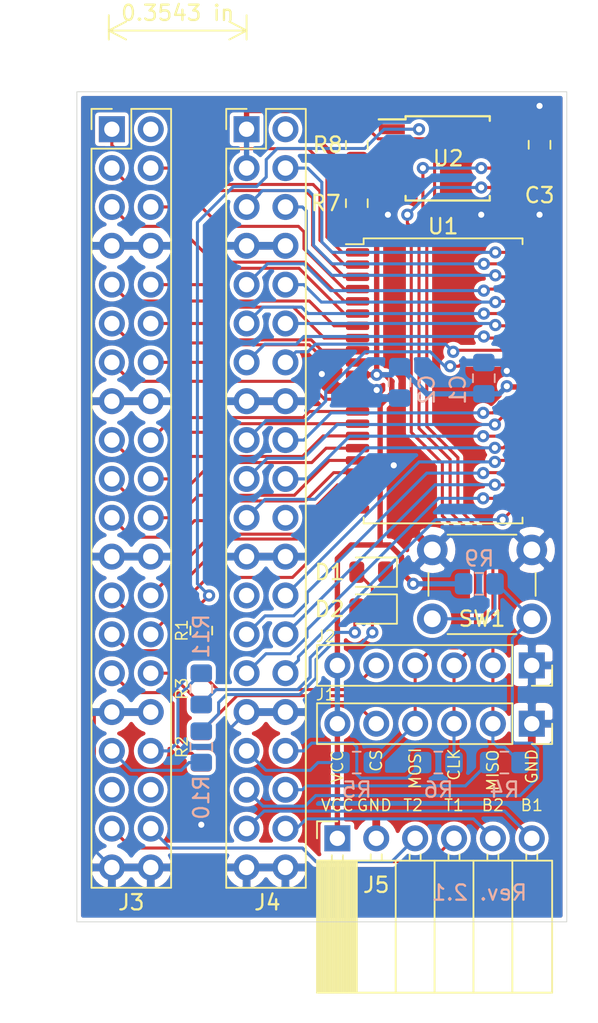
<source format=kicad_pcb>
(kicad_pcb (version 20171130) (host pcbnew 5.1.4+dfsg1-1)
  (layers (0 F.Cu signal) (31 B.Cu signal) (34 B.Paste user) (35 F.Paste user) (36 B.SilkS user) (37 F.SilkS user) (38 B.Mask user) (39 F.Mask user) (44 Edge.Cuts user))
  (net 0 "")
  (net 1 VCC33)
  (net 2 GND)
  (net 3 T2)
  (net 4 T1)
  (net 5 T3)
  (net 6 R2)
  (net 7 R4)
  (net 8 R3)
  (net 9 R5)
  (net 10 T5)
  (net 11 AD9)
  (net 12 T6)
  (net 13 AD7)
  (net 14 AD8)
  (net 15 AD5)
  (net 16 AD6)
  (net 17 IO7)
  (net 18 P8)
  (net 19 IO5)
  (net 20 IO6)
  (net 21 IO3)
  (net 22 IO4)
  (net 23 IO1)
  (net 24 IO2)
  (net 25 P13)
  (net 26 IO0)
  (net 27 AD3)
  (net 28 AD4)
  (net 29 AD1)
  (net 30 AD2)
  (net 31 VCCIO2)
  (net 32 AD0)
  (net 33 VCCIO3)
  (net 34 AD17)
  (net 35 AD16)
  (net 36 AD15)
  (net 37 N3)
  (net 38 N2)
  (net 39 M2)
  (net 40 IO15)
  (net 41 IO14)
  (net 42 IO13)
  (net 43 IO12)
  (net 44 IO11)
  (net 45 IO10)
  (net 46 IO9)
  (net 47 H2)
  (net 48 AD14)
  (net 49 AD13)
  (net 50 AD12)
  (net 51 AD11)
  (net 52 AD10)
  (net 53 D1)
  (net 54 D2)
  (net 55 C1)
  (net 56 C2)
  (net 57 B1)
  (net 58 B2)
  (net 59 "Net-(U1-Pad28)")
  (net 60 SPI_CS2)
  (net 61 SPI_MOSI)
  (net 62 SPI_CLK)
  (net 63 SPI_MISO)
  (net 64 SPI_CS3)
  (net 65 SPI_CS1)
  (net 66 "Net-(R7-Pad2)")
  (net 67 "Net-(R8-Pad2)")
  (net 68 "Net-(D1-Pad2)")
  (net 69 "Net-(D2-Pad2)")
  (net 70 J3_CLK12MHz)
  (net 71 G2)
  (module Connector_PinHeader_2.54mm:PinHeader_2x20_P2.54mm_Vertical (layer F.Cu) (at 85 76.2)
    (fp_text reference J4 (at 1.36 50.546) (layer F.SilkS))
    (fp_text value Conn_02x20_Odd_Even)
    (pad 1 thru_hole rect (at 0 0) (size 1.7 1.7) (drill 1) (layers *.Cu *.Mask) (net 1 VCC33))
    (pad 2 thru_hole oval (at 2.54 0) (size 1.7 1.7) (drill 1) (layers *.Cu *.Mask) (net 33 VCCIO3))
    (pad 3 thru_hole oval (at 0 2.54) (size 1.7 1.7) (drill 1) (layers *.Cu *.Mask) (net 1 VCC33))
    (pad 4 thru_hole oval (at 2.54 2.54) (size 1.7 1.7) (drill 1) (layers *.Cu *.Mask) (net 34 AD17))
    (pad 5 thru_hole oval (at 0 5.08) (size 1.7 1.7) (drill 1) (layers *.Cu *.Mask) (net 35 AD16))
    (pad 6 thru_hole oval (at 2.54 5.08) (size 1.7 1.7) (drill 1) (layers *.Cu *.Mask) (net 36 AD15))
    (pad 7 thru_hole oval (at 0 7.62) (size 1.7 1.7) (drill 1) (layers *.Cu *.Mask) (net 2 GND))
    (pad 8 thru_hole oval (at 2.54 7.62) (size 1.7 1.7) (drill 1) (layers *.Cu *.Mask) (net 2 GND))
    (pad 9 thru_hole oval (at 0 10.16) (size 1.7 1.7) (drill 1) (layers *.Cu *.Mask) (net 37 N3))
    (pad 10 thru_hole oval (at 2.54 10.16) (size 1.7 1.7) (drill 1) (layers *.Cu *.Mask) (net 38 N2))
    (pad 11 thru_hole oval (at 0 12.7) (size 1.7 1.7) (drill 1) (layers *.Cu *.Mask) (net 39 M2))
    (pad 12 thru_hole oval (at 2.54 12.7) (size 1.7 1.7) (drill 1) (layers *.Cu *.Mask) (net 40 IO15))
    (pad 13 thru_hole oval (at 0 15.24) (size 1.7 1.7) (drill 1) (layers *.Cu *.Mask) (net 41 IO14))
    (pad 14 thru_hole oval (at 2.54 15.24) (size 1.7 1.7) (drill 1) (layers *.Cu *.Mask) (net 42 IO13))
    (pad 15 thru_hole oval (at 0 17.78) (size 1.7 1.7) (drill 1) (layers *.Cu *.Mask) (net 2 GND))
    (pad 16 thru_hole oval (at 2.54 17.78) (size 1.7 1.7) (drill 1) (layers *.Cu *.Mask) (net 2 GND))
    (pad 17 thru_hole oval (at 0 20.32) (size 1.7 1.7) (drill 1) (layers *.Cu *.Mask) (net 43 IO12))
    (pad 18 thru_hole oval (at 2.54 20.32) (size 1.7 1.7) (drill 1) (layers *.Cu *.Mask) (net 44 IO11))
    (pad 19 thru_hole oval (at 0 22.86) (size 1.7 1.7) (drill 1) (layers *.Cu *.Mask) (net 45 IO10))
    (pad 20 thru_hole oval (at 2.54 22.86) (size 1.7 1.7) (drill 1) (layers *.Cu *.Mask) (net 46 IO9))
    (pad 21 thru_hole oval (at 0 25.4) (size 1.7 1.7) (drill 1) (layers *.Cu *.Mask) (net 47 H2))
    (pad 22 thru_hole oval (at 2.54 25.4) (size 1.7 1.7) (drill 1) (layers *.Cu *.Mask) (net 70 J3_CLK12MHz))
    (pad 23 thru_hole oval (at 0 27.94) (size 1.7 1.7) (drill 1) (layers *.Cu *.Mask) (net 2 GND))
    (pad 24 thru_hole oval (at 2.54 27.94) (size 1.7 1.7) (drill 1) (layers *.Cu *.Mask) (net 2 GND))
    (pad 25 thru_hole oval (at 0 30.48) (size 1.7 1.7) (drill 1) (layers *.Cu *.Mask) (net 71 G2))
    (pad 26 thru_hole oval (at 2.54 30.48) (size 1.7 1.7) (drill 1) (layers *.Cu *.Mask) (net 48 AD14))
    (pad 27 thru_hole oval (at 0 33.02) (size 1.7 1.7) (drill 1) (layers *.Cu *.Mask) (net 49 AD13))
    (pad 28 thru_hole oval (at 2.54 33.02) (size 1.7 1.7) (drill 1) (layers *.Cu *.Mask) (net 50 AD12))
    (pad 29 thru_hole oval (at 0 35.56) (size 1.7 1.7) (drill 1) (layers *.Cu *.Mask) (net 51 AD11))
    (pad 30 thru_hole oval (at 2.54 35.56) (size 1.7 1.7) (drill 1) (layers *.Cu *.Mask) (net 52 AD10))
    (pad 31 thru_hole oval (at 0 38.1) (size 1.7 1.7) (drill 1) (layers *.Cu *.Mask) (net 2 GND))
    (pad 32 thru_hole oval (at 2.54 38.1) (size 1.7 1.7) (drill 1) (layers *.Cu *.Mask) (net 2 GND))
    (pad 33 thru_hole oval (at 0 40.64) (size 1.7 1.7) (drill 1) (layers *.Cu *.Mask) (net 53 D1))
    (pad 34 thru_hole oval (at 2.54 40.64) (size 1.7 1.7) (drill 1) (layers *.Cu *.Mask) (net 54 D2))
    (pad 35 thru_hole oval (at 0 43.18) (size 1.7 1.7) (drill 1) (layers *.Cu *.Mask) (net 55 C1))
    (pad 36 thru_hole oval (at 2.54 43.18) (size 1.7 1.7) (drill 1) (layers *.Cu *.Mask) (net 56 C2))
    (pad 37 thru_hole oval (at 0 45.72) (size 1.7 1.7) (drill 1) (layers *.Cu *.Mask) (net 57 B1))
    (pad 38 thru_hole oval (at 2.54 45.72) (size 1.7 1.7) (drill 1) (layers *.Cu *.Mask) (net 58 B2))
    (pad 39 thru_hole oval (at 0 48.26) (size 1.7 1.7) (drill 1) (layers *.Cu *.Mask) (net 2 GND))
    (pad 40 thru_hole oval (at 2.54 48.26) (size 1.7 1.7) (drill 1) (layers *.Cu *.Mask) (net 2 GND))
  )
  (module Capacitor_SMD:C_0805_2012Metric_Pad1.15x1.40mm_HandSolder (layer B.Cu) (at 100.5 92.475 90)
    (fp_text reference C1 (at -0.743 -1.694 90) (layer B.SilkS) (effects (justify mirror)))
    (fp_text value 100nF)
    (pad 1 smd roundrect (at -1.025 0 90) (size 1.15 1.4) (layers B.Cu B.Paste B.Mask) (roundrect_rratio 0.217391) (net 1 VCC33))
    (pad 2 smd roundrect (at 1.025 0 90) (size 1.15 1.4) (layers B.Cu B.Paste B.Mask) (roundrect_rratio 0.217391) (net 2 GND))
  )
  (module Capacitor_SMD:C_0805_2012Metric_Pad1.15x1.40mm_HandSolder (layer B.Cu) (at 95 92.75 270)
    (fp_text reference C2 (at 0.468 -1.774 90) (layer B.SilkS) (effects (justify mirror)))
    (fp_text value 100nF)
    (pad 2 smd roundrect (at 1.025 0 270) (size 1.15 1.4) (layers B.Cu B.Paste B.Mask) (roundrect_rratio 0.217391) (net 2 GND))
    (pad 1 smd roundrect (at -1.025 0 270) (size 1.15 1.4) (layers B.Cu B.Paste B.Mask) (roundrect_rratio 0.217391) (net 1 VCC33))
  )
  (module Connector_PinHeader_2.54mm:PinHeader_2x20_P2.54mm_Vertical (layer F.Cu) (at 76.2 76.2)
    (fp_text reference J3 (at 1.27 50.546) (layer F.SilkS))
    (fp_text value Conn_02x20_Odd_Even)
    (pad 40 thru_hole oval (at 2.54 48.26) (size 1.7 1.7) (drill 1) (layers *.Cu *.Mask) (net 2 GND))
    (pad 39 thru_hole oval (at 0 48.26) (size 1.7 1.7) (drill 1) (layers *.Cu *.Mask) (net 2 GND))
    (pad 38 thru_hole oval (at 2.54 45.72) (size 1.7 1.7) (drill 1) (layers *.Cu *.Mask) (net 3 T2))
    (pad 37 thru_hole oval (at 0 45.72) (size 1.7 1.7) (drill 1) (layers *.Cu *.Mask) (net 4 T1))
    (pad 36 thru_hole oval (at 2.54 43.18) (size 1.7 1.7) (drill 1) (layers *.Cu *.Mask) (net 5 T3))
    (pad 35 thru_hole oval (at 0 43.18) (size 1.7 1.7) (drill 1) (layers *.Cu *.Mask) (net 6 R2))
    (pad 34 thru_hole oval (at 2.54 40.64) (size 1.7 1.7) (drill 1) (layers *.Cu *.Mask) (net 7 R4))
    (pad 33 thru_hole oval (at 0 40.64) (size 1.7 1.7) (drill 1) (layers *.Cu *.Mask) (net 8 R3))
    (pad 32 thru_hole oval (at 2.54 38.1) (size 1.7 1.7) (drill 1) (layers *.Cu *.Mask) (net 2 GND))
    (pad 31 thru_hole oval (at 0 38.1) (size 1.7 1.7) (drill 1) (layers *.Cu *.Mask) (net 2 GND))
    (pad 30 thru_hole oval (at 2.54 35.56) (size 1.7 1.7) (drill 1) (layers *.Cu *.Mask) (net 9 R5))
    (pad 29 thru_hole oval (at 0 35.56) (size 1.7 1.7) (drill 1) (layers *.Cu *.Mask) (net 10 T5))
    (pad 28 thru_hole oval (at 2.54 33.02) (size 1.7 1.7) (drill 1) (layers *.Cu *.Mask) (net 11 AD9))
    (pad 27 thru_hole oval (at 0 33.02) (size 1.7 1.7) (drill 1) (layers *.Cu *.Mask) (net 12 T6))
    (pad 26 thru_hole oval (at 2.54 30.48) (size 1.7 1.7) (drill 1) (layers *.Cu *.Mask) (net 13 AD7))
    (pad 25 thru_hole oval (at 0 30.48) (size 1.7 1.7) (drill 1) (layers *.Cu *.Mask) (net 14 AD8))
    (pad 24 thru_hole oval (at 2.54 27.94) (size 1.7 1.7) (drill 1) (layers *.Cu *.Mask) (net 2 GND))
    (pad 23 thru_hole oval (at 0 27.94) (size 1.7 1.7) (drill 1) (layers *.Cu *.Mask) (net 2 GND))
    (pad 22 thru_hole oval (at 2.54 25.4) (size 1.7 1.7) (drill 1) (layers *.Cu *.Mask) (net 15 AD5))
    (pad 21 thru_hole oval (at 0 25.4) (size 1.7 1.7) (drill 1) (layers *.Cu *.Mask) (net 16 AD6))
    (pad 20 thru_hole oval (at 2.54 22.86) (size 1.7 1.7) (drill 1) (layers *.Cu *.Mask) (net 17 IO7))
    (pad 19 thru_hole oval (at 0 22.86) (size 1.7 1.7) (drill 1) (layers *.Cu *.Mask) (net 18 P8))
    (pad 18 thru_hole oval (at 2.54 20.32) (size 1.7 1.7) (drill 1) (layers *.Cu *.Mask) (net 19 IO5))
    (pad 17 thru_hole oval (at 0 20.32) (size 1.7 1.7) (drill 1) (layers *.Cu *.Mask) (net 20 IO6))
    (pad 16 thru_hole oval (at 2.54 17.78) (size 1.7 1.7) (drill 1) (layers *.Cu *.Mask) (net 2 GND))
    (pad 15 thru_hole oval (at 0 17.78) (size 1.7 1.7) (drill 1) (layers *.Cu *.Mask) (net 2 GND))
    (pad 14 thru_hole oval (at 2.54 15.24) (size 1.7 1.7) (drill 1) (layers *.Cu *.Mask) (net 21 IO3))
    (pad 13 thru_hole oval (at 0 15.24) (size 1.7 1.7) (drill 1) (layers *.Cu *.Mask) (net 22 IO4))
    (pad 12 thru_hole oval (at 2.54 12.7) (size 1.7 1.7) (drill 1) (layers *.Cu *.Mask) (net 23 IO1))
    (pad 11 thru_hole oval (at 0 12.7) (size 1.7 1.7) (drill 1) (layers *.Cu *.Mask) (net 24 IO2))
    (pad 10 thru_hole oval (at 2.54 10.16) (size 1.7 1.7) (drill 1) (layers *.Cu *.Mask) (net 25 P13))
    (pad 9 thru_hole oval (at 0 10.16) (size 1.7 1.7) (drill 1) (layers *.Cu *.Mask) (net 26 IO0))
    (pad 8 thru_hole oval (at 2.54 7.62) (size 1.7 1.7) (drill 1) (layers *.Cu *.Mask) (net 2 GND))
    (pad 7 thru_hole oval (at 0 7.62) (size 1.7 1.7) (drill 1) (layers *.Cu *.Mask) (net 2 GND))
    (pad 6 thru_hole oval (at 2.54 5.08) (size 1.7 1.7) (drill 1) (layers *.Cu *.Mask) (net 27 AD3))
    (pad 5 thru_hole oval (at 0 5.08) (size 1.7 1.7) (drill 1) (layers *.Cu *.Mask) (net 28 AD4))
    (pad 4 thru_hole oval (at 2.54 2.54) (size 1.7 1.7) (drill 1) (layers *.Cu *.Mask) (net 29 AD1))
    (pad 3 thru_hole oval (at 0 2.54) (size 1.7 1.7) (drill 1) (layers *.Cu *.Mask) (net 30 AD2))
    (pad 2 thru_hole oval (at 2.54 0) (size 1.7 1.7) (drill 1) (layers *.Cu *.Mask) (net 31 VCCIO2))
    (pad 1 thru_hole rect (at 0 0) (size 1.7 1.7) (drill 1) (layers *.Cu *.Mask) (net 32 AD0))
  )
  (module Package_SO:TSOP-II-44_10.16x18.41mm_P0.8mm (layer F.Cu) (at 97.8375 92.65)
    (fp_text reference U1 (at 0 -10.1) (layer F.SilkS))
    (fp_text value fpga_shield2_IS61LV25616)
    (pad 1 smd roundrect (at -5.5875 -8.4) (size 1.525 0.55) (layers F.Cu F.Paste F.Mask) (net 32 AD0))
    (pad 2 smd roundrect (at -5.5875 -7.6) (size 1.525 0.55) (layers F.Cu F.Paste F.Mask) (net 29 AD1))
    (pad 3 smd roundrect (at -5.5875 -6.8) (size 1.525 0.55) (layers F.Cu F.Paste F.Mask) (net 30 AD2))
    (pad 4 smd roundrect (at -5.5875 -6) (size 1.525 0.55) (layers F.Cu F.Paste F.Mask) (net 27 AD3))
    (pad 5 smd roundrect (at -5.5875 -5.2) (size 1.525 0.55) (layers F.Cu F.Paste F.Mask) (net 28 AD4))
    (pad 6 smd roundrect (at -5.5875 -4.4) (size 1.525 0.55) (layers F.Cu F.Paste F.Mask) (net 25 P13))
    (pad 7 smd roundrect (at -5.5875 -3.6) (size 1.525 0.55) (layers F.Cu F.Paste F.Mask) (net 26 IO0))
    (pad 8 smd roundrect (at -5.5875 -2.8) (size 1.525 0.55) (layers F.Cu F.Paste F.Mask) (net 23 IO1))
    (pad 9 smd roundrect (at -5.5875 -2) (size 1.525 0.55) (layers F.Cu F.Paste F.Mask) (net 24 IO2))
    (pad 10 smd roundrect (at -5.5875 -1.2) (size 1.525 0.55) (layers F.Cu F.Paste F.Mask) (net 21 IO3))
    (pad 11 smd roundrect (at -5.5875 -0.4) (size 1.525 0.55) (layers F.Cu F.Paste F.Mask) (net 1 VCC33))
    (pad 12 smd roundrect (at -5.5875 0.4) (size 1.525 0.55) (layers F.Cu F.Paste F.Mask) (net 2 GND))
    (pad 13 smd roundrect (at -5.5875 1.2) (size 1.525 0.55) (layers F.Cu F.Paste F.Mask) (net 22 IO4))
    (pad 14 smd roundrect (at -5.5875 2) (size 1.525 0.55) (layers F.Cu F.Paste F.Mask) (net 19 IO5))
    (pad 15 smd roundrect (at -5.5875 2.8) (size 1.525 0.55) (layers F.Cu F.Paste F.Mask) (net 20 IO6))
    (pad 16 smd roundrect (at -5.5875 3.6) (size 1.525 0.55) (layers F.Cu F.Paste F.Mask) (net 17 IO7))
    (pad 17 smd roundrect (at -5.5875 4.4) (size 1.525 0.55) (layers F.Cu F.Paste F.Mask) (net 18 P8))
    (pad 18 smd roundrect (at -5.5875 5.2) (size 1.525 0.55) (layers F.Cu F.Paste F.Mask) (net 15 AD5))
    (pad 19 smd roundrect (at -5.5875 6) (size 1.525 0.55) (layers F.Cu F.Paste F.Mask) (net 16 AD6))
    (pad 20 smd roundrect (at -5.5875 6.8) (size 1.525 0.55) (layers F.Cu F.Paste F.Mask) (net 13 AD7))
    (pad 21 smd roundrect (at -5.5875 7.6) (size 1.525 0.55) (layers F.Cu F.Paste F.Mask) (net 14 AD8))
    (pad 22 smd roundrect (at -5.5875 8.4) (size 1.525 0.55) (layers F.Cu F.Paste F.Mask) (net 11 AD9))
    (pad 23 smd roundrect (at 5.5875 8.4) (size 1.525 0.55) (layers F.Cu F.Paste F.Mask) (net 52 AD10))
    (pad 24 smd roundrect (at 5.5875 7.6) (size 1.525 0.55) (layers F.Cu F.Paste F.Mask) (net 51 AD11))
    (pad 25 smd roundrect (at 5.5875 6.8) (size 1.525 0.55) (layers F.Cu F.Paste F.Mask) (net 50 AD12))
    (pad 26 smd roundrect (at 5.5875 6) (size 1.525 0.55) (layers F.Cu F.Paste F.Mask) (net 49 AD13))
    (pad 27 smd roundrect (at 5.5875 5.2) (size 1.525 0.55) (layers F.Cu F.Paste F.Mask) (net 48 AD14))
    (pad 28 smd roundrect (at 5.5875 4.4) (size 1.525 0.55) (layers F.Cu F.Paste F.Mask) (net 59 "Net-(U1-Pad28)"))
    (pad 29 smd roundrect (at 5.5875 3.6) (size 1.525 0.55) (layers F.Cu F.Paste F.Mask) (net 47 H2))
    (pad 30 smd roundrect (at 5.5875 2.8) (size 1.525 0.55) (layers F.Cu F.Paste F.Mask) (net 46 IO9))
    (pad 31 smd roundrect (at 5.5875 2) (size 1.525 0.55) (layers F.Cu F.Paste F.Mask) (net 45 IO10))
    (pad 32 smd roundrect (at 5.5875 1.2) (size 1.525 0.55) (layers F.Cu F.Paste F.Mask) (net 44 IO11))
    (pad 33 smd roundrect (at 5.5875 0.4) (size 1.525 0.55) (layers F.Cu F.Paste F.Mask) (net 1 VCC33))
    (pad 34 smd roundrect (at 5.5875 -0.4) (size 1.525 0.55) (layers F.Cu F.Paste F.Mask) (net 2 GND))
    (pad 35 smd roundrect (at 5.5875 -1.2) (size 1.525 0.55) (layers F.Cu F.Paste F.Mask) (net 43 IO12))
    (pad 36 smd roundrect (at 5.5875 -2) (size 1.525 0.55) (layers F.Cu F.Paste F.Mask) (net 42 IO13))
    (pad 37 smd roundrect (at 5.5875 -2.8) (size 1.525 0.55) (layers F.Cu F.Paste F.Mask) (net 41 IO14))
    (pad 38 smd roundrect (at 5.5875 -3.6) (size 1.525 0.55) (layers F.Cu F.Paste F.Mask) (net 40 IO15))
    (pad 39 smd roundrect (at 5.5875 -4.4) (size 1.525 0.55) (layers F.Cu F.Paste F.Mask) (net 39 M2))
    (pad 40 smd roundrect (at 5.5875 -5.2) (size 1.525 0.55) (layers F.Cu F.Paste F.Mask) (net 38 N2))
    (pad 41 smd roundrect (at 5.5875 -6) (size 1.525 0.55) (layers F.Cu F.Paste F.Mask) (net 37 N3))
    (pad 42 smd roundrect (at 5.5875 -6.8) (size 1.525 0.55) (layers F.Cu F.Paste F.Mask) (net 36 AD15))
    (pad 43 smd roundrect (at 5.5875 -7.6) (size 1.525 0.55) (layers F.Cu F.Paste F.Mask) (net 35 AD16))
    (pad 44 smd roundrect (at 5.5875 -8.4) (size 1.525 0.55) (layers F.Cu F.Paste F.Mask) (net 34 AD17))
  )
  (module Capacitor_SMD:C_0805_2012Metric_Pad1.15x1.40mm_HandSolder (layer F.Cu) (at 104.14 77.216 270)
    (fp_text reference C3 (at 3.302 0 180) (layer F.SilkS))
    (fp_text value 100nF)
    (pad 2 smd roundrect (at 1.025 0 270) (size 1.15 1.4) (layers F.Cu F.Paste F.Mask) (roundrect_rratio 0.217391) (net 2 GND))
    (pad 1 smd roundrect (at -1.025 0 270) (size 1.15 1.4) (layers F.Cu F.Paste F.Mask) (roundrect_rratio 0.217391) (net 1 VCC33))
  )
  (module Connector_PinSocket_2.54mm:PinSocket_1x06_P2.54mm_Vertical (layer F.Cu) (at 103.632 115.062 270)
    (fp_text reference J1 (at -1.905 13.462 180) (layer F.SilkS) (effects (font (size 0.75 0.75) (thickness 0.1))))
    (fp_text value Conn_01x06_Female)
    (pad 6 thru_hole oval (at 0 12.7 270) (size 1.7 1.7) (drill 1) (layers *.Cu *.Mask) (net 1 VCC33))
    (pad 5 thru_hole oval (at 0 10.16 270) (size 1.7 1.7) (drill 1) (layers *.Cu *.Mask) (net 60 SPI_CS2))
    (pad 4 thru_hole oval (at 0 7.62 270) (size 1.7 1.7) (drill 1) (layers *.Cu *.Mask) (net 61 SPI_MOSI))
    (pad 3 thru_hole oval (at 0 5.08 270) (size 1.7 1.7) (drill 1) (layers *.Cu *.Mask) (net 62 SPI_CLK))
    (pad 2 thru_hole oval (at 0 2.54 270) (size 1.7 1.7) (drill 1) (layers *.Cu *.Mask) (net 63 SPI_MISO))
    (pad 1 thru_hole rect (at 0 0 270) (size 1.7 1.7) (drill 1) (layers *.Cu *.Mask) (net 2 GND))
  )
  (module Connector_PinSocket_2.54mm:PinSocket_1x06_P2.54mm_Vertical (layer F.Cu) (at 103.632 111.252 270)
    (fp_text reference J2 (at -1.905 13.462 180) (layer F.SilkS) (effects (font (size 0.75 0.75) (thickness 0.1))))
    (fp_text value Conn_01x06_Female)
    (pad 1 thru_hole rect (at 0 0 270) (size 1.7 1.7) (drill 1) (layers *.Cu *.Mask) (net 2 GND))
    (pad 2 thru_hole oval (at 0 2.54 270) (size 1.7 1.7) (drill 1) (layers *.Cu *.Mask) (net 63 SPI_MISO))
    (pad 3 thru_hole oval (at 0 5.08 270) (size 1.7 1.7) (drill 1) (layers *.Cu *.Mask) (net 62 SPI_CLK))
    (pad 4 thru_hole oval (at 0 7.62 270) (size 1.7 1.7) (drill 1) (layers *.Cu *.Mask) (net 61 SPI_MOSI))
    (pad 5 thru_hole oval (at 0 10.16 270) (size 1.7 1.7) (drill 1) (layers *.Cu *.Mask) (net 64 SPI_CS3))
    (pad 6 thru_hole oval (at 0 12.7 270) (size 1.7 1.7) (drill 1) (layers *.Cu *.Mask) (net 1 VCC33))
  )
  (module Capacitor_SMD:C_0805_2012Metric_Pad1.15x1.40mm_HandSolder (layer F.Cu) (at 82.042 108.975 270)
    (fp_text reference R1 (at -0.009 1.27 90) (layer F.SilkS) (effects (font (size 0.75 0.75) (thickness 0.1))))
    (fp_text value 1k)
    (pad 1 smd roundrect (at -1.025 0 270) (size 1.15 1.4) (layers F.Cu F.Paste F.Mask) (roundrect_rratio 0.217391) (net 65 SPI_CS1))
    (pad 2 smd roundrect (at 1.025 0 270) (size 1.15 1.4) (layers F.Cu F.Paste F.Mask) (roundrect_rratio 0.217391) (net 12 T6))
  )
  (module Capacitor_SMD:C_0805_2012Metric_Pad1.15x1.40mm_HandSolder (layer F.Cu) (at 82.042 116.595 270)
    (fp_text reference R2 (at -0.009 1.27 90) (layer F.SilkS) (effects (font (size 0.75 0.75) (thickness 0.1))))
    (fp_text value 1k)
    (pad 2 smd roundrect (at 1.025 0 270) (size 1.15 1.4) (layers F.Cu F.Paste F.Mask) (roundrect_rratio 0.217391) (net 10 T5))
    (pad 1 smd roundrect (at -1.025 0 270) (size 1.15 1.4) (layers F.Cu F.Paste F.Mask) (roundrect_rratio 0.217391) (net 60 SPI_CS2))
  )
  (module Capacitor_SMD:C_0805_2012Metric_Pad1.15x1.40mm_HandSolder (layer F.Cu) (at 82.042 112.785 270)
    (fp_text reference R3 (at -0.009 1.27 270) (layer F.SilkS) (effects (font (size 0.75 0.75) (thickness 0.1))))
    (fp_text value 1k)
    (pad 1 smd roundrect (at -1.025 0 270) (size 1.15 1.4) (layers F.Cu F.Paste F.Mask) (roundrect_rratio 0.217391) (net 64 SPI_CS3))
    (pad 2 smd roundrect (at 1.025 0 270) (size 1.15 1.4) (layers F.Cu F.Paste F.Mask) (roundrect_rratio 0.217391) (net 9 R5))
  )
  (module Capacitor_SMD:C_0805_2012Metric_Pad1.15x1.40mm_HandSolder (layer B.Cu) (at 101.845 117.602 180)
    (fp_text reference R4 (at -0.009 -1.778 180) (layer B.SilkS) (effects (justify mirror)))
    (fp_text value 1k)
    (pad 1 smd roundrect (at -1.025 0 180) (size 1.15 1.4) (layers B.Cu B.Paste B.Mask) (roundrect_rratio 0.217391) (net 63 SPI_MISO))
    (pad 2 smd roundrect (at 1.025 0 180) (size 1.15 1.4) (layers B.Cu B.Paste B.Mask) (roundrect_rratio 0.217391) (net 56 C2))
  )
  (module Capacitor_SMD:C_0805_2012Metric_Pad1.15x1.40mm_HandSolder (layer B.Cu) (at 92.193 117.602 180)
    (fp_text reference R5 (at -0.009 -1.778 180) (layer B.SilkS) (effects (justify mirror)))
    (fp_text value 1k)
    (pad 2 smd roundrect (at 1.025 0 180) (size 1.15 1.4) (layers B.Cu B.Paste B.Mask) (roundrect_rratio 0.217391) (net 53 D1))
    (pad 1 smd roundrect (at -1.025 0 180) (size 1.15 1.4) (layers B.Cu B.Paste B.Mask) (roundrect_rratio 0.217391) (net 61 SPI_MOSI))
  )
  (module Capacitor_SMD:C_0805_2012Metric_Pad1.15x1.40mm_HandSolder (layer B.Cu) (at 97.527 117.602 180)
    (fp_text reference R6 (at -0.009 -1.778 180) (layer B.SilkS) (effects (justify mirror)))
    (fp_text value 1k)
    (pad 1 smd roundrect (at -1.025 0 180) (size 1.15 1.4) (layers B.Cu B.Paste B.Mask) (roundrect_rratio 0.217391) (net 62 SPI_CLK))
    (pad 2 smd roundrect (at 1.025 0 180) (size 1.15 1.4) (layers B.Cu B.Paste B.Mask) (roundrect_rratio 0.217391) (net 54 D2))
  )
  (module Capacitor_SMD:C_0805_2012Metric_Pad1.15x1.40mm_HandSolder (layer F.Cu) (at 92.202 81.035 90)
    (fp_text reference R7 (at 0 -2.032 180) (layer F.SilkS))
    (fp_text value 1k)
    (pad 1 smd roundrect (at -1.025 0 90) (size 1.15 1.4) (layers F.Cu F.Paste F.Mask) (roundrect_rratio 0.217391) (net 1 VCC33))
    (pad 2 smd roundrect (at 1.025 0 90) (size 1.15 1.4) (layers F.Cu F.Paste F.Mask) (roundrect_rratio 0.217391) (net 66 "Net-(R7-Pad2)"))
  )
  (module Capacitor_SMD:C_0805_2012Metric_Pad1.15x1.40mm_HandSolder (layer F.Cu) (at 92.202 77.225 90)
    (fp_text reference R8 (at 0.009 -1.905 180) (layer F.SilkS))
    (fp_text value 1k)
    (pad 2 smd roundrect (at 1.025 0 90) (size 1.15 1.4) (layers F.Cu F.Paste F.Mask) (roundrect_rratio 0.217391) (net 67 "Net-(R8-Pad2)"))
    (pad 1 smd roundrect (at -1.025 0 90) (size 1.15 1.4) (layers F.Cu F.Paste F.Mask) (roundrect_rratio 0.217391) (net 1 VCC33))
  )
  (module Package_SO:SOIJ-8_5.3x5.3mm_P1.27mm (layer F.Cu) (at 98.138 78.105)
    (fp_text reference U2 (at 0.033 0) (layer F.SilkS))
    (fp_text value W25Q32JVSS)
    (pad 1 smd rect (at -3.65 -1.905) (size 1.7 0.65) (layers F.Cu F.Paste F.Mask) (net 65 SPI_CS1))
    (pad 2 smd rect (at -3.65 -0.635) (size 1.7 0.65) (layers F.Cu F.Paste F.Mask) (net 63 SPI_MISO))
    (pad 3 smd rect (at -3.65 0.635) (size 1.7 0.65) (layers F.Cu F.Paste F.Mask) (net 66 "Net-(R7-Pad2)"))
    (pad 4 smd rect (at -3.65 1.905) (size 1.7 0.65) (layers F.Cu F.Paste F.Mask) (net 2 GND))
    (pad 5 smd rect (at 3.65 1.905) (size 1.7 0.65) (layers F.Cu F.Paste F.Mask) (net 61 SPI_MOSI))
    (pad 6 smd rect (at 3.65 0.635) (size 1.7 0.65) (layers F.Cu F.Paste F.Mask) (net 62 SPI_CLK))
    (pad 7 smd rect (at 3.65 -0.635) (size 1.7 0.65) (layers F.Cu F.Paste F.Mask) (net 67 "Net-(R8-Pad2)"))
    (pad 8 smd rect (at 3.65 -1.905) (size 1.7 0.65) (layers F.Cu F.Paste F.Mask) (net 1 VCC33))
  )
  (module Button_Switch_THT:SW_PUSH_6mm (layer F.Cu) (at 103.632 108.204 180)
    (fp_text reference SW1 (at 3.25 0) (layer F.SilkS))
    (fp_text value SW_Push)
    (pad 2 thru_hole circle (at 0 4.5 270) (size 2 2) (drill 1.1) (layers *.Cu *.Mask) (net 2 GND))
    (pad 1 thru_hole circle (at 0 0 270) (size 2 2) (drill 1.1) (layers *.Cu *.Mask) (net 55 C1))
    (pad 2 thru_hole circle (at 6.5 4.5 270) (size 2 2) (drill 1.1) (layers *.Cu *.Mask) (net 2 GND))
    (pad 1 thru_hole circle (at 6.5 0 270) (size 2 2) (drill 1.1) (layers *.Cu *.Mask) (net 55 C1))
  )
  (module Capacitor_SMD:C_0805_2012Metric_Pad1.15x1.40mm_HandSolder (layer B.Cu) (at 100.203 105.918 180)
    (fp_text reference R9 (at 0 1.65) (layer B.SilkS) (effects (justify mirror)))
    (fp_text value 20k)
    (pad 1 smd roundrect (at -1.025 0 180) (size 1.15 1.4) (layers B.Cu B.Paste B.Mask) (roundrect_rratio 0.217391) (net 55 C1))
    (pad 2 smd roundrect (at 1.025 0 180) (size 1.15 1.4) (layers B.Cu B.Paste B.Mask) (roundrect_rratio 0.217391) (net 1 VCC33))
  )
  (module LED_SMD:LED_0805_2012Metric (layer F.Cu) (at 93.1395 105.156 180)
    (fp_text reference D1 (at 2.7155 0) (layer F.SilkS))
    (fp_text value LED)
    (pad 2 smd roundrect (at 0.9375 0 180) (size 0.975 1.4) (layers F.Cu F.Paste F.Mask) (net 68 "Net-(D1-Pad2)"))
    (pad 1 smd roundrect (at -0.9375 0 180) (size 0.975 1.4) (layers F.Cu F.Paste F.Mask) (net 2 GND))
  )
  (module LED_SMD:LED_0805_2012Metric (layer F.Cu) (at 93.1395 107.569 180)
    (fp_text reference D2 (at 2.7155 0) (layer F.SilkS))
    (fp_text value LED)
    (pad 1 smd roundrect (at -0.9375 0 180) (size 0.975 1.4) (layers F.Cu F.Paste F.Mask) (net 2 GND))
    (pad 2 smd roundrect (at 0.9375 0 180) (size 0.975 1.4) (layers F.Cu F.Paste F.Mask) (net 69 "Net-(D2-Pad2)"))
  )
  (module Capacitor_SMD:C_0805_2012Metric_Pad1.15x1.40mm_HandSolder (layer B.Cu) (at 82.042 116.577 270)
    (fp_text reference R10 (at 3.311 0 90) (layer B.SilkS) (effects (justify mirror)))
    (fp_text value 510)
    (pad 2 smd roundrect (at 1.025 0 270) (size 1.15 1.4) (layers B.Cu B.Paste B.Mask) (roundrect_rratio 0.217391) (net 8 R3))
    (pad 1 smd roundrect (at -1.025 0 270) (size 1.15 1.4) (layers B.Cu B.Paste B.Mask) (roundrect_rratio 0.217391) (net 68 "Net-(D1-Pad2)"))
  )
  (module Capacitor_SMD:C_0805_2012Metric_Pad1.15x1.40mm_HandSolder (layer B.Cu) (at 82.042 112.785 90)
    (fp_text reference R11 (at 3.438 0 90) (layer B.SilkS) (effects (justify mirror)))
    (fp_text value 510)
    (pad 1 smd roundrect (at -1.025 0 90) (size 1.15 1.4) (layers B.Cu B.Paste B.Mask) (roundrect_rratio 0.217391) (net 69 "Net-(D2-Pad2)"))
    (pad 2 smd roundrect (at 1.025 0 90) (size 1.15 1.4) (layers B.Cu B.Paste B.Mask) (roundrect_rratio 0.217391) (net 7 R4))
  )
  (module Connector_PinSocket_2.54mm:PinSocket_1x06_P2.54mm_Horizontal (layer F.Cu) (at 90.932 122.555 90)
    (fp_text reference J5 (at -3.048 2.54 180) (layer F.SilkS))
    (fp_text value Conn_01x06_Female)
    (pad 1 thru_hole rect (at 0 0 90) (size 1.7 1.7) (drill 1) (layers *.Cu *.Mask) (net 1 VCC33))
    (pad 2 thru_hole oval (at 0 2.54 90) (size 1.7 1.7) (drill 1) (layers *.Cu *.Mask) (net 2 GND))
    (pad 3 thru_hole oval (at 0 5.08 90) (size 1.7 1.7) (drill 1) (layers *.Cu *.Mask) (net 3 T2))
    (pad 4 thru_hole oval (at 0 7.62 90) (size 1.7 1.7) (drill 1) (layers *.Cu *.Mask) (net 4 T1))
    (pad 5 thru_hole oval (at 0 10.16 90) (size 1.7 1.7) (drill 1) (layers *.Cu *.Mask) (net 58 B2))
    (pad 6 thru_hole oval (at 0 12.7 90) (size 1.7 1.7) (drill 1) (layers *.Cu *.Mask) (net 57 B1))
  )
  (gr_text "Rev. 2.1" (at 100.203 126.111) (layer B.SilkS) (effects (font (size 1 1)) (justify mirror)))
  (gr_text GND (at 93.345 120.396) (layer F.SilkS) (effects (font (size 0.75 0.75) (thickness 0.1))))
  (gr_text VCC (at 90.932 120.396) (layer F.SilkS) (effects (font (size 0.75 0.75) (thickness 0.1))))
  (gr_text B1 (at 103.632 120.396) (layer F.SilkS) (effects (font (size 0.75 0.75) (thickness 0.1))))
  (gr_text B2 (at 101.092 120.396) (layer F.SilkS) (effects (font (size 0.75 0.75) (thickness 0.1))))
  (gr_text T1 (at 98.552 120.396) (layer F.SilkS) (effects (font (size 0.75 0.75) (thickness 0.1))))
  (gr_text T2 (at 95.885 120.396) (layer F.SilkS) (effects (font (size 0.75 0.75) (thickness 0.1))))
  (gr_text GND (at 103.632 117.856 90) (layer F.SilkS) (effects (font (size 0.75 0.75) (thickness 0.1))))
  (gr_text MISO (at 101.092 118.11 90) (layer F.SilkS) (effects (font (size 0.75 0.75) (thickness 0.1))))
  (gr_text CLK (at 98.552 117.729 90) (layer F.SilkS) (effects (font (size 0.75 0.75) (thickness 0.1))))
  (gr_text MOSI (at 96.012 117.983 90) (layer F.SilkS) (effects (font (size 0.75 0.75) (thickness 0.1))))
  (gr_text CS (at 93.472 117.475 90) (layer F.SilkS) (effects (font (size 0.75 0.75) (thickness 0.1))))
  (gr_text VCC (at 90.932 117.856 90) (layer F.SilkS) (effects (font (size 0.75 0.75) (thickness 0.1))))
  (gr_line (start 73.914 128.016) (end 105.918 128.016) (layer Edge.Cuts) (width 0.05))
  (gr_line (start 73.914 73.75) (end 73.914 128.016) (layer Edge.Cuts) (width 0.05))
  (gr_line (start 105.918 73.75) (end 105.918 128.016) (layer Edge.Cuts) (width 0.05))
  (gr_line (start 73.914 73.75) (end 105.918 73.75) (layer Edge.Cuts) (width 0.05))
  (dimension 9 (width 0.12) (layer F.SilkS) (gr_text "9,000 mm" (at 80.5 71.02) (layer F.SilkS) (effects (font (size 1 1) (thickness 0.15)))) (feature1 (pts (xy 85 68.75) (xy 85 70.336421))) (feature2 (pts (xy 76 68.75) (xy 76 70.336421))) (crossbar (pts (xy 76 69.75) (xy 85 69.75))) (arrow1a (pts (xy 85 69.75) (xy 83.873496 70.336421))) (arrow1b (pts (xy 85 69.75) (xy 83.873496 69.163579))) (arrow2a (pts (xy 76 69.75) (xy 77.126504 70.336421))) (arrow2b (pts (xy 76 69.75) (xy 77.126504 69.163579))))
  (segment (start 103.425 93.05) (end 102.05 93.05) (width 0.35) (layer F.Cu) (net 1))
  (via (at 102 93) (size 0.8) (drill 0.4) (layers F.Cu B.Cu) (net 1))
  (segment (start 102.05 93.05) (end 102 93) (width 0.35) (layer F.Cu) (net 1))
  (segment (start 85.55 76.2) (end 85 76.2) (width 0.35) (layer F.Cu) (net 1))
  (segment (start 101.5 93.5) (end 102 93) (width 0.35) (layer B.Cu) (net 1))
  (segment (start 100.5 93.5) (end 101.5 93.5) (width 0.35) (layer B.Cu) (net 1))
  (via (at 93.5 92.25) (size 0.8) (drill 0.4) (layers F.Cu B.Cu) (net 1))
  (segment (start 92.25 92.25) (end 93.5 92.25) (width 0.35) (layer F.Cu) (net 1))
  (segment (start 94.475 92.25) (end 95 91.725) (width 0.35) (layer B.Cu) (net 1))
  (segment (start 93.5 92.25) (end 94.475 92.25) (width 0.35) (layer B.Cu) (net 1))
  (segment (start 85 78.74) (end 85 76.2) (width 0.35) (layer B.Cu) (net 1))
  (segment (start 85.025001 74.974999) (end 85 75) (width 0.35) (layer F.Cu) (net 1))
  (segment (start 89.198999 74.974999) (end 85.025001 74.974999) (width 0.35) (layer F.Cu) (net 1))
  (segment (start 85 75) (end 85 76.2) (width 0.35) (layer F.Cu) (net 1))
  (segment (start 96.775 93.5) (end 95 91.725) (width 0.35) (layer B.Cu) (net 1))
  (segment (start 100.5 93.5) (end 96.775 93.5) (width 0.35) (layer B.Cu) (net 1))
  (segment (start 101.797 76.191) (end 101.788 76.2) (width 0.35) (layer F.Cu) (net 1))
  (segment (start 104.14 76.191) (end 101.797 76.191) (width 0.35) (layer F.Cu) (net 1))
  (segment (start 93.5 83.716) (end 93.284 83.5) (width 0.35) (layer F.Cu) (net 1))
  (segment (start 93.5 92.25) (end 93.5 83.716) (width 0.35) (layer F.Cu) (net 1))
  (segment (start 92.202 78.486) (end 91.186 78.486) (width 0.35) (layer F.Cu) (net 1))
  (segment (start 91.186 78.486) (end 91 78.3) (width 0.35) (layer F.Cu) (net 1))
  (segment (start 91 78.3) (end 91 78.25) (width 0.35) (layer F.Cu) (net 1))
  (segment (start 89.326501 75.102501) (end 89.198999 74.974999) (width 0.35) (layer F.Cu) (net 1))
  (segment (start 91 78.25) (end 89.326501 76.576501) (width 0.35) (layer F.Cu) (net 1))
  (segment (start 89.326501 76.576501) (end 89.326501 75.102501) (width 0.35) (layer F.Cu) (net 1))
  (segment (start 98.044 76.2) (end 101.788 76.2) (width 0.35) (layer F.Cu) (net 1))
  (segment (start 96.818999 74.974999) (end 98.044 76.2) (width 0.35) (layer F.Cu) (net 1))
  (segment (start 89.198999 74.974999) (end 96.818999 74.974999) (width 0.35) (layer F.Cu) (net 1))
  (segment (start 93.726 103.378) (end 93.726 94.234) (width 0.35) (layer F.Cu) (net 1))
  (segment (start 94.488 93.472) (end 94.488 92.71) (width 0.35) (layer F.Cu) (net 1))
  (segment (start 93.726 94.234) (end 94.488 93.472) (width 0.35) (layer F.Cu) (net 1))
  (segment (start 94.488 92.71) (end 94.506842 92.691158) (width 0.35) (layer F.Cu) (net 1))
  (segment (start 94.065685 92.25) (end 93.5 92.25) (width 0.35) (layer F.Cu) (net 1))
  (segment (start 94.506842 92.691158) (end 94.065685 92.25) (width 0.35) (layer F.Cu) (net 1))
  (segment (start 90.932 111.252) (end 90.932 115.062) (width 0.35) (layer B.Cu) (net 1))
  (segment (start 92.91 83.126) (end 93.5 83.716) (width 0.35) (layer F.Cu) (net 1))
  (segment (start 91.372 83.108) (end 91 82.736) (width 0.35) (layer F.Cu) (net 1))
  (segment (start 91.372 83.126) (end 91.372 83.108) (width 0.35) (layer F.Cu) (net 1))
  (segment (start 91 82.736) (end 91 78.3) (width 0.35) (layer F.Cu) (net 1))
  (segment (start 92.202 83.067) (end 92.202 82.06) (width 0.35) (layer F.Cu) (net 1))
  (segment (start 92.143 83.126) (end 92.202 83.067) (width 0.35) (layer F.Cu) (net 1))
  (segment (start 92.143 83.126) (end 92.91 83.126) (width 0.35) (layer F.Cu) (net 1))
  (segment (start 91.372 83.126) (end 92.143 83.126) (width 0.35) (layer F.Cu) (net 1))
  (segment (start 90.932 115.062) (end 90.932 122.555) (width 0.35) (layer F.Cu) (net 1))
  (via (at 95.885 105.918) (size 0.8) (drill 0.4) (layers F.Cu B.Cu) (net 1))
  (segment (start 91.821 103.378) (end 93.726 103.378) (width 0.35) (layer F.Cu) (net 1))
  (segment (start 90.932 104.267) (end 91.821 103.378) (width 0.35) (layer F.Cu) (net 1))
  (segment (start 90.932 111.252) (end 90.932 104.267) (width 0.35) (layer F.Cu) (net 1))
  (segment (start 99.178 105.918) (end 95.885 105.918) (width 0.35) (layer B.Cu) (net 1))
  (segment (start 94.361 103.378) (end 93.726 103.378) (width 0.35) (layer F.Cu) (net 1))
  (segment (start 95.885 105.918) (end 95.123 105.156) (width 0.35) (layer F.Cu) (net 1))
  (segment (start 95.123 104.14) (end 94.361 103.378) (width 0.35) (layer F.Cu) (net 1))
  (segment (start 95.123 105.156) (end 95.123 104.14) (width 0.35) (layer F.Cu) (net 1))
  (via (at 89.916 92.202) (size 0.8) (drill 0.4) (layers F.Cu B.Cu) (net 2))
  (via (at 102 92) (size 0.8) (drill 0.4) (layers F.Cu B.Cu) (net 2))
  (segment (start 103.425 92.25) (end 102.25 92.25) (width 0.2) (layer F.Cu) (net 2))
  (segment (start 102.25 92.25) (end 102 92) (width 0.2) (layer F.Cu) (net 2))
  (segment (start 101.45 91.45) (end 102 92) (width 0.2) (layer B.Cu) (net 2))
  (segment (start 100.5 91.45) (end 101.45 91.45) (width 0.2) (layer B.Cu) (net 2))
  (via (at 93.5 93.25) (size 0.8) (drill 0.4) (layers F.Cu B.Cu) (net 2))
  (segment (start 92.25 93.05) (end 93.3 93.05) (width 0.2) (layer F.Cu) (net 2))
  (segment (start 93.3 93.05) (end 93.5 93.25) (width 0.2) (layer F.Cu) (net 2))
  (segment (start 94.025 93.775) (end 93.5 93.25) (width 0.2) (layer B.Cu) (net 2))
  (segment (start 95 93.775) (end 94.025 93.775) (width 0.2) (layer B.Cu) (net 2))
  (via (at 94.234 81.788) (size 0.8) (drill 0.4) (layers F.Cu B.Cu) (net 2))
  (via (at 100.33 81.788) (size 0.8) (drill 0.4) (layers F.Cu B.Cu) (net 2))
  (via (at 104.14 74.676) (size 0.8) (drill 0.4) (layers F.Cu B.Cu) (net 2))
  (via (at 104.14 81.788) (size 0.8) (drill 0.4) (layers F.Cu B.Cu) (net 2))
  (segment (start 104.817824 75.31599) (end 105.41 75.908166) (width 0.2) (layer F.Cu) (net 2))
  (segment (start 104.14 74.676) (end 104.77999 75.31599) (width 0.2) (layer F.Cu) (net 2))
  (segment (start 104.77999 75.31599) (end 104.817824 75.31599) (width 0.2) (layer F.Cu) (net 2))
  (segment (start 105.41 80.518) (end 104.14 81.788) (width 0.2) (layer F.Cu) (net 2))
  (segment (start 105.41 75.908166) (end 105.41 80.518) (width 0.2) (layer F.Cu) (net 2))
  (segment (start 76.2 114.3) (end 76.073 114.427) (width 0.2) (layer F.Cu) (net 2))
  (segment (start 76.073 114.427) (end 75.057 114.427) (width 0.2) (layer F.Cu) (net 2))
  (segment (start 80.264 118.11) (end 80.899 118.745) (width 0.2) (layer F.Cu) (net 2))
  (segment (start 83.566 115.734) (end 85 114.3) (width 0.2) (layer F.Cu) (net 2))
  (segment (start 75.057 117.602) (end 75.565 118.11) (width 0.2) (layer F.Cu) (net 2))
  (segment (start 75.565 118.11) (end 80.264 118.11) (width 0.2) (layer F.Cu) (net 2))
  (segment (start 75.057 114.427) (end 75.057 117.602) (width 0.2) (layer F.Cu) (net 2))
  (segment (start 83.058 118.745) (end 83.566 118.237) (width 0.2) (layer F.Cu) (net 2))
  (segment (start 83.566 118.237) (end 83.566 115.734) (width 0.2) (layer F.Cu) (net 2))
  (segment (start 80.899 118.745) (end 83.058 118.745) (width 0.2) (layer F.Cu) (net 2))
  (segment (start 85 114.3) (end 83.566 115.734) (width 0.2) (layer B.Cu) (net 2))
  (segment (start 83.566 118.237) (end 81.153 120.65) (width 0.2) (layer B.Cu) (net 2))
  (segment (start 74.676 122.936) (end 76.2 124.46) (width 0.2) (layer B.Cu) (net 2))
  (segment (start 74.676 121.031) (end 74.676 122.936) (width 0.2) (layer B.Cu) (net 2))
  (segment (start 83.566 115.734) (end 83.566 118.237) (width 0.2) (layer B.Cu) (net 2))
  (segment (start 81.153 120.65) (end 75.057 120.65) (width 0.2) (layer B.Cu) (net 2))
  (segment (start 75.057 120.65) (end 74.676 121.031) (width 0.2) (layer B.Cu) (net 2))
  (via (at 82.042 121.666) (size 0.8) (drill 0.4) (layers F.Cu B.Cu) (net 2))
  (via (at 94.615 98.171) (size 0.8) (drill 0.4) (layers F.Cu B.Cu) (net 2))
  (segment (start 80.01 123.19) (end 78.74 121.92) (width 0.2) (layer B.Cu) (net 3))
  (segment (start 96.012 122.555) (end 94.488 124.079) (width 0.2) (layer B.Cu) (net 3))
  (segment (start 89.535 124.079) (end 88.646 123.19) (width 0.2) (layer B.Cu) (net 3))
  (segment (start 88.646 123.19) (end 80.01 123.19) (width 0.2) (layer B.Cu) (net 3))
  (segment (start 94.488 124.079) (end 89.535 124.079) (width 0.2) (layer B.Cu) (net 3))
  (segment (start 97.028 124.079) (end 98.552 122.555) (width 0.2) (layer F.Cu) (net 4))
  (segment (start 77.47 123.19) (end 88.646 123.19) (width 0.2) (layer F.Cu) (net 4))
  (segment (start 89.535 124.079) (end 97.028 124.079) (width 0.2) (layer F.Cu) (net 4))
  (segment (start 88.646 123.19) (end 89.535 124.079) (width 0.2) (layer F.Cu) (net 4))
  (segment (start 76.2 121.92) (end 77.47 123.19) (width 0.2) (layer F.Cu) (net 4))
  (segment (start 80.518 116.264081) (end 79.942081 116.84) (width 0.2) (layer B.Cu) (net 7))
  (segment (start 79.942081 116.84) (end 78.74 116.84) (width 0.2) (layer B.Cu) (net 7))
  (segment (start 80.518 113.284) (end 80.518 116.264081) (width 0.2) (layer B.Cu) (net 7))
  (segment (start 82.042 111.76) (end 80.518 113.284) (width 0.2) (layer B.Cu) (net 7))
  (segment (start 80.734 118.11) (end 77.47 118.11) (width 0.2) (layer B.Cu) (net 8))
  (segment (start 77.47 118.11) (end 76.2 116.84) (width 0.2) (layer B.Cu) (net 8))
  (segment (start 82.042 117.602) (end 81.242 117.602) (width 0.2) (layer B.Cu) (net 8))
  (segment (start 81.242 117.602) (end 80.734 118.11) (width 0.2) (layer B.Cu) (net 8))
  (segment (start 79.992 111.76) (end 78.74 111.76) (width 0.2) (layer F.Cu) (net 9))
  (segment (start 82.042 113.81) (end 79.992 111.76) (width 0.2) (layer F.Cu) (net 9))
  (segment (start 81.418628 116.996628) (end 80.928628 116.996628) (width 0.2) (layer F.Cu) (net 10))
  (segment (start 82.042 117.62) (end 81.418628 116.996628) (width 0.2) (layer F.Cu) (net 10))
  (segment (start 76.2 111.76) (end 77.47 113.03) (width 0.2) (layer F.Cu) (net 10))
  (segment (start 77.47 113.03) (end 79.502 113.03) (width 0.2) (layer F.Cu) (net 10))
  (segment (start 80.2005 113.7285) (end 80.2005 116.2685) (width 0.2) (layer F.Cu) (net 10))
  (segment (start 79.502 113.03) (end 80.2005 113.7285) (width 0.2) (layer F.Cu) (net 10))
  (segment (start 80.928628 116.996628) (end 80.2005 116.2685) (width 0.2) (layer F.Cu) (net 10))
  (segment (start 91.90429 101.39571) (end 91.90429 101.59571) (width 0.2) (layer F.Cu) (net 11))
  (segment (start 92.25 101.05) (end 91.90429 101.39571) (width 0.2) (layer F.Cu) (net 11))
  (segment (start 91.90429 101.59571) (end 88 105.5) (width 0.2) (layer F.Cu) (net 11))
  (segment (start 82.46 105.5) (end 78.74 109.22) (width 0.2) (layer F.Cu) (net 11))
  (segment (start 88 105.5) (end 82.46 105.5) (width 0.2) (layer F.Cu) (net 11))
  (segment (start 77.270001 110.290001) (end 76.2 109.22) (width 0.2) (layer F.Cu) (net 12))
  (segment (start 80.951999 110.290001) (end 77.270001 110.290001) (width 0.2) (layer F.Cu) (net 12))
  (segment (start 81.242 110) (end 80.951999 110.290001) (width 0.2) (layer F.Cu) (net 12))
  (segment (start 82.042 110) (end 81.242 110) (width 0.2) (layer F.Cu) (net 12))
  (segment (start 78.74 106.68) (end 82.749999 102.670001) (width 0.2) (layer F.Cu) (net 13))
  (segment (start 88.167499 102.670001) (end 82.749999 102.670001) (width 0.2) (layer F.Cu) (net 13))
  (segment (start 92.25 99.45) (end 90.941 99.45) (width 0.2) (layer F.Cu) (net 13))
  (segment (start 88.87825 101.51275) (end 88.87825 101.95925) (width 0.2) (layer F.Cu) (net 13))
  (segment (start 90.941 99.45) (end 88.87825 101.51275) (width 0.2) (layer F.Cu) (net 13))
  (segment (start 88.87825 101.95925) (end 88.167499 102.670001) (width 0.2) (layer F.Cu) (net 13))
  (segment (start 92.25 100.25) (end 91.040062 100.25) (width 0.2) (layer F.Cu) (net 14))
  (segment (start 91.040062 100.25) (end 88.300052 102.99001) (width 0.2) (layer F.Cu) (net 14))
  (segment (start 88.300052 102.99001) (end 83.69999 102.99001) (width 0.2) (layer F.Cu) (net 14))
  (segment (start 83.69999 102.99001) (end 80.036 106.654) (width 0.2) (layer F.Cu) (net 14))
  (segment (start 77.52 108) (end 76.2 106.68) (width 0.2) (layer F.Cu) (net 14))
  (segment (start 79.25 108) (end 77.52 108) (width 0.2) (layer F.Cu) (net 14))
  (segment (start 80.036 107.214) (end 79.25 108) (width 0.2) (layer F.Cu) (net 14))
  (segment (start 80.036 106.654) (end 80.036 107.214) (width 0.2) (layer F.Cu) (net 14))
  (segment (start 80.4 101.6) (end 78.74 101.6) (width 0.2) (layer F.Cu) (net 15))
  (segment (start 92.25 97.85) (end 90.4 97.85) (width 0.2) (layer F.Cu) (net 15))
  (segment (start 90.4 97.85) (end 88.130001 100.119999) (width 0.2) (layer F.Cu) (net 15))
  (segment (start 81.869999 100.130001) (end 80.4 101.6) (width 0.2) (layer F.Cu) (net 15))
  (segment (start 88.130001 100.119999) (end 88.130001 100.130001) (width 0.2) (layer F.Cu) (net 15))
  (segment (start 88.130001 100.130001) (end 81.869999 100.130001) (width 0.2) (layer F.Cu) (net 15))
  (segment (start 88.842624 100.5) (end 90.692624 98.65) (width 0.2) (layer F.Cu) (net 16))
  (segment (start 90.692624 98.65) (end 92.25 98.65) (width 0.2) (layer F.Cu) (net 16))
  (segment (start 84.244 100.5) (end 88.842624 100.5) (width 0.2) (layer F.Cu) (net 16))
  (segment (start 76.2 101.6) (end 77.47 102.87) (width 0.2) (layer F.Cu) (net 16))
  (segment (start 80.518 102.87) (end 81.601 101.787) (width 0.2) (layer F.Cu) (net 16))
  (segment (start 81.601 101.787) (end 82.957 101.787) (width 0.2) (layer F.Cu) (net 16))
  (segment (start 77.47 102.87) (end 80.518 102.87) (width 0.2) (layer F.Cu) (net 16))
  (segment (start 82.957 101.787) (end 84.244 100.5) (width 0.2) (layer F.Cu) (net 16))
  (segment (start 90 96.25) (end 92.25 96.25) (width 0.2) (layer F.Cu) (net 17))
  (segment (start 81.41208 97.590001) (end 88.659999 97.590001) (width 0.2) (layer F.Cu) (net 17))
  (segment (start 79.942081 99.06) (end 81.41208 97.590001) (width 0.2) (layer F.Cu) (net 17))
  (segment (start 88.659999 97.590001) (end 90 96.25) (width 0.2) (layer F.Cu) (net 17))
  (segment (start 78.74 99.06) (end 79.942081 99.06) (width 0.2) (layer F.Cu) (net 17))
  (segment (start 92.25 97.05) (end 90.2 97.05) (width 0.2) (layer F.Cu) (net 18))
  (segment (start 90.2 97.05) (end 89.260001 97.989999) (width 0.2) (layer F.Cu) (net 18))
  (segment (start 89.260001 97.989999) (end 82.760001 97.989999) (width 0.2) (layer F.Cu) (net 18))
  (segment (start 77.39 100.25) (end 76.2 99.06) (width 0.2) (layer F.Cu) (net 18))
  (segment (start 82.760001 97.989999) (end 80.5 100.25) (width 0.2) (layer F.Cu) (net 18))
  (segment (start 80.5 100.25) (end 77.39 100.25) (width 0.2) (layer F.Cu) (net 18))
  (segment (start 80.209999 95.050001) (end 78.74 96.52) (width 0.2) (layer F.Cu) (net 19))
  (segment (start 88.699999 95.050001) (end 80.209999 95.050001) (width 0.2) (layer F.Cu) (net 19))
  (segment (start 92.25 94.65) (end 89.1 94.65) (width 0.2) (layer F.Cu) (net 19))
  (segment (start 89.1 94.65) (end 88.699999 95.050001) (width 0.2) (layer F.Cu) (net 19))
  (segment (start 77.47 97.79) (end 79.248 97.79) (width 0.2) (layer F.Cu) (net 20))
  (segment (start 83.874 95.45) (end 92.25 95.45) (width 0.2) (layer F.Cu) (net 20))
  (segment (start 81.026 96.012) (end 83.312 96.012) (width 0.2) (layer F.Cu) (net 20))
  (segment (start 79.248 97.79) (end 81.026 96.012) (width 0.2) (layer F.Cu) (net 20))
  (segment (start 76.2 96.52) (end 77.47 97.79) (width 0.2) (layer F.Cu) (net 20))
  (segment (start 83.312 96.012) (end 83.874 95.45) (width 0.2) (layer F.Cu) (net 20))
  (segment (start 82.55 91.44) (end 78.74 91.44) (width 0.2) (layer F.Cu) (net 21))
  (segment (start 83.699989 90.290011) (end 82.55 91.44) (width 0.2) (layer F.Cu) (net 21))
  (segment (start 89.087449 90.290011) (end 83.699989 90.290011) (width 0.2) (layer F.Cu) (net 21))
  (segment (start 92.25 91.45) (end 90.247438 91.45) (width 0.2) (layer F.Cu) (net 21))
  (segment (start 90.247438 91.45) (end 89.087449 90.290011) (width 0.2) (layer F.Cu) (net 21))
  (segment (start 92.25 93.85) (end 90.1 93.85) (width 0.2) (layer F.Cu) (net 22))
  (segment (start 77.44 92.68) (end 76.2 91.44) (width 0.2) (layer F.Cu) (net 22))
  (segment (start 88.93 92.68) (end 77.44 92.68) (width 0.2) (layer F.Cu) (net 22))
  (segment (start 90.1 93.85) (end 88.93 92.68) (width 0.2) (layer F.Cu) (net 22))
  (segment (start 90.073602 89.85) (end 92.25 89.85) (width 0.2) (layer F.Cu) (net 23))
  (segment (start 88.053601 87.829999) (end 90.073602 89.85) (width 0.2) (layer F.Cu) (net 23))
  (segment (start 84.019999 87.829999) (end 88.053601 87.829999) (width 0.2) (layer F.Cu) (net 23))
  (segment (start 82.949998 88.9) (end 84.019999 87.829999) (width 0.2) (layer F.Cu) (net 23))
  (segment (start 78.74 88.9) (end 82.949998 88.9) (width 0.2) (layer F.Cu) (net 23))
  (segment (start 89.9 90.65) (end 92.25 90.65) (width 0.2) (layer F.Cu) (net 24))
  (segment (start 76.2 88.9) (end 77.47 90.17) (width 0.2) (layer F.Cu) (net 24))
  (segment (start 77.47 90.17) (end 83.039002 90.17) (width 0.2) (layer F.Cu) (net 24))
  (segment (start 83.039002 90.17) (end 83.239001 89.970001) (width 0.2) (layer F.Cu) (net 24))
  (segment (start 83.239001 89.970001) (end 89.220001 89.970001) (width 0.2) (layer F.Cu) (net 24))
  (segment (start 89.220001 89.970001) (end 89.9 90.65) (width 0.2) (layer F.Cu) (net 24))
  (segment (start 91.3875 88.25) (end 88.427499 85.289999) (width 0.2) (layer F.Cu) (net 25))
  (segment (start 92.25 88.25) (end 91.3875 88.25) (width 0.2) (layer F.Cu) (net 25))
  (segment (start 82.804 86.36) (end 83.874001 85.289999) (width 0.2) (layer F.Cu) (net 25))
  (segment (start 78.74 86.36) (end 82.804 86.36) (width 0.2) (layer F.Cu) (net 25))
  (segment (start 88.427499 85.289999) (end 83.874001 85.289999) (width 0.2) (layer F.Cu) (net 25))
  (segment (start 77.270001 87.430001) (end 76.2 86.36) (width 0.2) (layer F.Cu) (net 26))
  (segment (start 92.25 89.05) (end 90.719998 89.05) (width 0.2) (layer F.Cu) (net 26))
  (segment (start 90.719998 89.05) (end 89.099999 87.430001) (width 0.2) (layer F.Cu) (net 26))
  (segment (start 89.099999 87.430001) (end 77.270001 87.430001) (width 0.2) (layer F.Cu) (net 26))
  (segment (start 82.042 81.28) (end 78.74 81.28) (width 0.2) (layer F.Cu) (net 27))
  (segment (start 83.312 82.55) (end 82.042 81.28) (width 0.2) (layer F.Cu) (net 27))
  (segment (start 92.25 86.65) (end 91.3875 86.65) (width 0.2) (layer F.Cu) (net 27))
  (segment (start 88.75 84.0125) (end 88.75 82.908) (width 0.2) (layer F.Cu) (net 27))
  (segment (start 91.3875 86.65) (end 88.75 84.0125) (width 0.2) (layer F.Cu) (net 27))
  (segment (start 88.75 82.908) (end 88.392 82.55) (width 0.2) (layer F.Cu) (net 27))
  (segment (start 88.392 82.55) (end 83.312 82.55) (width 0.2) (layer F.Cu) (net 27))
  (segment (start 77.47 82.55) (end 76.2 81.28) (width 0.2) (layer F.Cu) (net 28))
  (segment (start 92.25 87.45) (end 91.3875 87.45) (width 0.2) (layer F.Cu) (net 28))
  (segment (start 91.3875 87.45) (end 88.827501 84.890001) (width 0.2) (layer F.Cu) (net 28))
  (segment (start 88.827501 84.890001) (end 82.858001 84.890001) (width 0.2) (layer F.Cu) (net 28))
  (segment (start 82.858001 84.890001) (end 80.518 82.55) (width 0.2) (layer F.Cu) (net 28))
  (segment (start 80.518 82.55) (end 77.47 82.55) (width 0.2) (layer F.Cu) (net 28))
  (segment (start 91.3875 85.05) (end 92.25 85.05) (width 0.2) (layer F.Cu) (net 29))
  (segment (start 89.79375 83.45625) (end 91.3875 85.05) (width 0.2) (layer F.Cu) (net 29))
  (segment (start 89.79375 80.25925) (end 89.79375 83.45625) (width 0.2) (layer F.Cu) (net 29))
  (segment (start 89.353999 79.819499) (end 89.79375 80.25925) (width 0.2) (layer F.Cu) (net 29))
  (segment (start 89.353999 79.810001) (end 89.353999 79.819499) (width 0.2) (layer F.Cu) (net 29))
  (segment (start 81.562998 78.75) (end 82.622999 79.810001) (width 0.2) (layer F.Cu) (net 29))
  (segment (start 78.74 78.74) (end 79.942081 78.74) (width 0.2) (layer F.Cu) (net 29))
  (segment (start 82.622999 79.810001) (end 89.353999 79.810001) (width 0.2) (layer F.Cu) (net 29))
  (segment (start 79.942081 78.74) (end 79.952081 78.75) (width 0.2) (layer F.Cu) (net 29))
  (segment (start 79.952081 78.75) (end 81.562998 78.75) (width 0.2) (layer F.Cu) (net 29))
  (segment (start 91.3875 85.85) (end 92.25 85.85) (width 0.2) (layer F.Cu) (net 30))
  (segment (start 89.314999 80.685001) (end 89.314999 83.777499) (width 0.2) (layer F.Cu) (net 30))
  (segment (start 76.2 78.74) (end 77.473001 80.013001) (width 0.2) (layer F.Cu) (net 30))
  (segment (start 77.473001 80.013001) (end 79.886001 80.013001) (width 0.2) (layer F.Cu) (net 30))
  (segment (start 88.839997 80.209999) (end 89.314999 80.685001) (width 0.2) (layer F.Cu) (net 30))
  (segment (start 89.314999 83.777499) (end 91.3875 85.85) (width 0.2) (layer F.Cu) (net 30))
  (segment (start 79.886001 80.013001) (end 80.082999 80.209999) (width 0.2) (layer F.Cu) (net 30))
  (segment (start 80.082999 80.209999) (end 88.839997 80.209999) (width 0.2) (layer F.Cu) (net 30))
  (segment (start 76.2 77.25) (end 76.2 76.2) (width 0.2) (layer F.Cu) (net 32))
  (segment (start 76.42 77.47) (end 76.2 77.25) (width 0.2) (layer F.Cu) (net 32))
  (segment (start 92.25 84.25) (end 91.25 84.25) (width 0.2) (layer F.Cu) (net 32))
  (segment (start 91.25 84.25) (end 90.25 83.25) (width 0.2) (layer F.Cu) (net 32))
  (segment (start 90.25 83.25) (end 90.25 78.693) (width 0.2) (layer F.Cu) (net 32))
  (segment (start 90.25 78.693) (end 89.027 77.47) (width 0.2) (layer F.Cu) (net 32))
  (segment (start 89.027 77.47) (end 76.42 77.47) (width 0.2) (layer F.Cu) (net 32))
  (segment (start 103.425 84.25) (end 101.25 84.25) (width 0.2) (layer F.Cu) (net 34))
  (via (at 101.25 84.25) (size 0.8) (drill 0.4) (layers F.Cu B.Cu) (net 34))
  (segment (start 90.6 84.25) (end 89.916 83.566) (width 0.2) (layer B.Cu) (net 34))
  (segment (start 88.99 78.74) (end 87.54 78.74) (width 0.2) (layer B.Cu) (net 34))
  (segment (start 89.916 79.666) (end 88.99 78.74) (width 0.2) (layer B.Cu) (net 34))
  (segment (start 89.916 83.566) (end 89.916 79.666) (width 0.2) (layer B.Cu) (net 34))
  (segment (start 101.25 84.25) (end 90.6 84.25) (width 0.2) (layer B.Cu) (net 34))
  (via (at 100.5 85) (size 0.8) (drill 0.4) (layers F.Cu B.Cu) (net 35))
  (segment (start 103.375 85) (end 103.425 85.05) (width 0.2) (layer F.Cu) (net 35))
  (segment (start 100.5 85) (end 103.375 85) (width 0.2) (layer F.Cu) (net 35))
  (segment (start 90.588 85) (end 100.5 85) (width 0.2) (layer B.Cu) (net 35))
  (segment (start 89.376001 83.788001) (end 90.588 85) (width 0.2) (layer B.Cu) (net 35))
  (segment (start 89.036001 80.209999) (end 89.376001 80.549999) (width 0.2) (layer B.Cu) (net 35))
  (segment (start 86.040001 80.209999) (end 89.036001 80.209999) (width 0.2) (layer B.Cu) (net 35))
  (segment (start 89.376001 80.549999) (end 89.376001 83.788001) (width 0.2) (layer B.Cu) (net 35))
  (segment (start 85.849999 80.400001) (end 86.040001 80.209999) (width 0.2) (layer B.Cu) (net 35))
  (segment (start 85.849999 80.430001) (end 85.849999 80.400001) (width 0.2) (layer B.Cu) (net 35))
  (segment (start 85 81.28) (end 85.849999 80.430001) (width 0.2) (layer B.Cu) (net 35))
  (via (at 101.25 85.75) (size 0.8) (drill 0.4) (layers F.Cu B.Cu) (net 36))
  (segment (start 103.425 85.85) (end 101.35 85.85) (width 0.2) (layer F.Cu) (net 36))
  (segment (start 101.35 85.85) (end 101.25 85.75) (width 0.2) (layer F.Cu) (net 36))
  (segment (start 90.576 85.75) (end 88.9 84.074) (width 0.2) (layer B.Cu) (net 36))
  (segment (start 101.25 85.75) (end 90.576 85.75) (width 0.2) (layer B.Cu) (net 36))
  (segment (start 88.646 81.28) (end 88.9 81.534) (width 0.2) (layer B.Cu) (net 36))
  (segment (start 88.9 84.074) (end 88.9 81.534) (width 0.2) (layer B.Cu) (net 36))
  (segment (start 88.646 81.28) (end 87.54 81.28) (width 0.2) (layer B.Cu) (net 36))
  (via (at 100.5 86.75) (size 0.8) (drill 0.4) (layers F.Cu B.Cu) (net 37))
  (segment (start 103.425 86.65) (end 100.6 86.65) (width 0.2) (layer F.Cu) (net 37))
  (segment (start 100.6 86.65) (end 100.5 86.75) (width 0.2) (layer F.Cu) (net 37))
  (segment (start 86.36 85) (end 85 86.36) (width 0.2) (layer B.Cu) (net 37))
  (segment (start 88.75 85) (end 86.36 85) (width 0.2) (layer B.Cu) (net 37))
  (segment (start 100.5 86.75) (end 90.5 86.75) (width 0.2) (layer B.Cu) (net 37))
  (segment (start 90.5 86.75) (end 88.75 85) (width 0.2) (layer B.Cu) (net 37))
  (via (at 101.25 87.5) (size 0.8) (drill 0.4) (layers F.Cu B.Cu) (net 38))
  (segment (start 103.425 87.45) (end 101.3 87.45) (width 0.2) (layer F.Cu) (net 38))
  (segment (start 101.3 87.45) (end 101.25 87.5) (width 0.2) (layer F.Cu) (net 38))
  (segment (start 89.882081 87.5) (end 101.25 87.5) (width 0.2) (layer B.Cu) (net 38))
  (segment (start 88.742081 86.36) (end 89.882081 87.5) (width 0.2) (layer B.Cu) (net 38))
  (segment (start 87.54 86.36) (end 88.742081 86.36) (width 0.2) (layer B.Cu) (net 38))
  (via (at 100.5 88.25) (size 0.8) (drill 0.4) (layers F.Cu B.Cu) (net 39))
  (segment (start 103.425 88.25) (end 100.5 88.25) (width 0.2) (layer F.Cu) (net 39))
  (segment (start 86.070001 87.829999) (end 85 88.9) (width 0.2) (layer B.Cu) (net 39))
  (segment (start 89.012 88.25) (end 88.591999 87.829999) (width 0.2) (layer B.Cu) (net 39))
  (segment (start 100.5 88.25) (end 89.012 88.25) (width 0.2) (layer B.Cu) (net 39))
  (segment (start 88.591999 87.829999) (end 86.070001 87.829999) (width 0.2) (layer B.Cu) (net 39))
  (via (at 101.25 89) (size 0.8) (drill 0.4) (layers F.Cu B.Cu) (net 40))
  (segment (start 103.425 89.05) (end 101.3 89.05) (width 0.2) (layer F.Cu) (net 40))
  (segment (start 101.3 89.05) (end 101.25 89) (width 0.2) (layer F.Cu) (net 40))
  (segment (start 101.15 88.9) (end 101.25 89) (width 0.2) (layer B.Cu) (net 40))
  (segment (start 87.54 88.9) (end 101.15 88.9) (width 0.2) (layer B.Cu) (net 40))
  (via (at 100.5 89.75) (size 0.8) (drill 0.4) (layers F.Cu B.Cu) (net 41))
  (segment (start 103.425 89.85) (end 100.6 89.85) (width 0.2) (layer F.Cu) (net 41))
  (segment (start 100.6 89.85) (end 100.5 89.75) (width 0.2) (layer F.Cu) (net 41))
  (segment (start 86.19 90.25) (end 85 91.44) (width 0.2) (layer B.Cu) (net 41))
  (segment (start 88.25 90.25) (end 86.19 90.25) (width 0.2) (layer B.Cu) (net 41))
  (segment (start 100.5 89.75) (end 88.75 89.75) (width 0.2) (layer B.Cu) (net 41))
  (segment (start 88.75 89.75) (end 88.25 90.25) (width 0.2) (layer B.Cu) (net 41))
  (via (at 98.5 90.75) (size 0.8) (drill 0.4) (layers F.Cu B.Cu) (net 42))
  (segment (start 88.23 90.75) (end 89 90.75) (width 0.2) (layer B.Cu) (net 42))
  (segment (start 89 90.75) (end 89.5 90.25) (width 0.2) (layer B.Cu) (net 42))
  (segment (start 87.54 91.44) (end 88.23 90.75) (width 0.2) (layer B.Cu) (net 42))
  (segment (start 98 90.25) (end 96.25 90.25) (width 0.2) (layer B.Cu) (net 42))
  (segment (start 98.5 90.75) (end 98 90.25) (width 0.2) (layer B.Cu) (net 42))
  (segment (start 89.5 90.25) (end 96.25 90.25) (width 0.2) (layer B.Cu) (net 42))
  (segment (start 96.25 90.25) (end 97 90.25) (width 0.2) (layer B.Cu) (net 42))
  (segment (start 98.6 90.65) (end 98.5 90.75) (width 0.2) (layer F.Cu) (net 42))
  (segment (start 103.425 90.65) (end 98.6 90.65) (width 0.2) (layer F.Cu) (net 42))
  (via (at 98.298 91.694) (size 0.8) (drill 0.4) (layers F.Cu B.Cu) (net 43))
  (segment (start 98.863685 91.694) (end 98.298 91.694) (width 0.2) (layer F.Cu) (net 43))
  (segment (start 99.177686 91.379999) (end 98.863685 91.694) (width 0.2) (layer F.Cu) (net 43))
  (segment (start 102.297601 91.379999) (end 99.177686 91.379999) (width 0.2) (layer F.Cu) (net 43))
  (segment (start 102.367602 91.45) (end 102.297601 91.379999) (width 0.2) (layer F.Cu) (net 43))
  (segment (start 103.425 91.45) (end 102.367602 91.45) (width 0.2) (layer F.Cu) (net 43))
  (segment (start 86.25 95.27) (end 86.25 95.25) (width 0.2) (layer B.Cu) (net 43))
  (segment (start 85 96.52) (end 86.25 95.27) (width 0.2) (layer B.Cu) (net 43))
  (segment (start 92.75 90.75) (end 97 90.75) (width 0.2) (layer B.Cu) (net 43))
  (segment (start 90.17 93.33) (end 92.75 90.75) (width 0.2) (layer B.Cu) (net 43))
  (segment (start 97 90.75) (end 97.944 91.694) (width 0.2) (layer B.Cu) (net 43))
  (segment (start 97.944 91.694) (end 98.298 91.694) (width 0.2) (layer B.Cu) (net 43))
  (segment (start 90.17 93.98) (end 90.17 93.33) (width 0.2) (layer B.Cu) (net 43))
  (segment (start 88.9 95.25) (end 90.17 93.98) (width 0.2) (layer B.Cu) (net 43))
  (segment (start 86.25 95.25) (end 88.9 95.25) (width 0.2) (layer B.Cu) (net 43))
  (via (at 100.457 94.742) (size 0.8) (drill 0.4) (layers F.Cu B.Cu) (net 44))
  (segment (start 102.956902 93.85) (end 102.826902 93.98) (width 0.2) (layer F.Cu) (net 44))
  (segment (start 103.425 93.85) (end 102.956902 93.85) (width 0.2) (layer F.Cu) (net 44))
  (segment (start 102.826902 93.98) (end 101.854 93.98) (width 0.2) (layer F.Cu) (net 44))
  (segment (start 101.854 93.98) (end 101.092 94.742) (width 0.2) (layer F.Cu) (net 44))
  (segment (start 101.092 94.742) (end 100.457 94.742) (width 0.2) (layer F.Cu) (net 44))
  (segment (start 90.520082 94.742) (end 100.457 94.742) (width 0.2) (layer B.Cu) (net 44))
  (segment (start 87.54 96.52) (end 88.742082 96.52) (width 0.2) (layer B.Cu) (net 44))
  (segment (start 88.742082 96.52) (end 90.520082 94.742) (width 0.2) (layer B.Cu) (net 44))
  (via (at 101.219 95.504) (size 0.8) (drill 0.4) (layers F.Cu B.Cu) (net 45))
  (segment (start 86.344999 97.715001) (end 88.715001 97.715001) (width 0.2) (layer B.Cu) (net 45))
  (segment (start 85 99.06) (end 86.344999 97.715001) (width 0.2) (layer B.Cu) (net 45))
  (segment (start 90.802001 95.628001) (end 90.930002 95.5) (width 0.2) (layer B.Cu) (net 45))
  (segment (start 90.802001 95.628001) (end 90.930003 95.499999) (width 0.2) (layer B.Cu) (net 45))
  (segment (start 102.073 94.65) (end 103.425 94.65) (width 0.2) (layer F.Cu) (net 45))
  (segment (start 101.219 95.504) (end 102.073 94.65) (width 0.2) (layer F.Cu) (net 45))
  (segment (start 90.926002 95.504) (end 90.421001 96.009001) (width 0.2) (layer B.Cu) (net 45))
  (segment (start 101.219 95.504) (end 90.926002 95.504) (width 0.2) (layer B.Cu) (net 45))
  (segment (start 88.715001 97.715001) (end 90.421001 96.009001) (width 0.2) (layer B.Cu) (net 45))
  (segment (start 90.421001 96.009001) (end 90.802001 95.628001) (width 0.2) (layer B.Cu) (net 45))
  (segment (start 88.94 99.06) (end 87.54 99.06) (width 0.2) (layer B.Cu) (net 46))
  (via (at 100.457 96.266) (size 0.8) (drill 0.4) (layers F.Cu B.Cu) (net 46))
  (segment (start 91.734 96.266) (end 88.94 99.06) (width 0.2) (layer B.Cu) (net 46))
  (segment (start 100.457 96.266) (end 91.734 96.266) (width 0.2) (layer B.Cu) (net 46))
  (segment (start 101.7465 96.266) (end 100.457 96.266) (width 0.2) (layer F.Cu) (net 46))
  (segment (start 103.425 95.45) (end 102.5625 95.45) (width 0.2) (layer F.Cu) (net 46))
  (segment (start 102.5625 95.45) (end 101.7465 96.266) (width 0.2) (layer F.Cu) (net 46))
  (segment (start 103.425 96.25) (end 102.75 96.25) (width 0.2) (layer F.Cu) (net 47))
  (via (at 101.219 97.028) (size 0.8) (drill 0.4) (layers F.Cu B.Cu) (net 47))
  (segment (start 102.5625 96.25) (end 102.184499 96.628001) (width 0.2) (layer F.Cu) (net 47))
  (segment (start 103.425 96.25) (end 102.5625 96.25) (width 0.2) (layer F.Cu) (net 47))
  (segment (start 102.184499 96.628186) (end 102.184499 96.628001) (width 0.2) (layer F.Cu) (net 47))
  (segment (start 101.784685 97.028) (end 102.184499 96.628186) (width 0.2) (layer F.Cu) (net 47))
  (segment (start 101.219 97.028) (end 101.784685 97.028) (width 0.2) (layer F.Cu) (net 47))
  (segment (start 101.219 97.028) (end 92.837 97.028) (width 0.2) (layer B.Cu) (net 47))
  (segment (start 86.2065 100.3935) (end 89.4715 100.3935) (width 0.2) (layer B.Cu) (net 47))
  (segment (start 85 101.6) (end 86.2065 100.3935) (width 0.2) (layer B.Cu) (net 47))
  (segment (start 89.4715 100.3935) (end 92.837 97.028) (width 0.2) (layer B.Cu) (net 47))
  (segment (start 103.365 97.79) (end 103.425 97.85) (width 0.2) (layer F.Cu) (net 48))
  (via (at 101.219 97.948003) (size 0.8) (drill 0.4) (layers F.Cu B.Cu) (net 48))
  (segment (start 103.425 97.85) (end 101.317003 97.85) (width 0.2) (layer F.Cu) (net 48))
  (segment (start 101.317003 97.85) (end 101.219 97.948003) (width 0.2) (layer F.Cu) (net 48))
  (segment (start 96.271997 97.948003) (end 87.54 106.68) (width 0.2) (layer B.Cu) (net 48))
  (segment (start 101.219 97.948003) (end 96.271997 97.948003) (width 0.2) (layer B.Cu) (net 48))
  (segment (start 103.396 98.679) (end 103.425 98.65) (width 0.2) (layer F.Cu) (net 49))
  (via (at 100.457 98.679) (size 0.8) (drill 0.4) (layers F.Cu B.Cu) (net 49))
  (segment (start 103.425 98.65) (end 100.486 98.65) (width 0.2) (layer F.Cu) (net 49))
  (segment (start 100.486 98.65) (end 100.457 98.679) (width 0.2) (layer F.Cu) (net 49))
  (segment (start 85 109.22) (end 86.2065 108.0135) (width 0.2) (layer B.Cu) (net 49))
  (segment (start 86.2065 108.0135) (end 88.0745 108.0135) (width 0.2) (layer B.Cu) (net 49))
  (segment (start 100.457 98.679) (end 96.774 98.679) (width 0.2) (layer B.Cu) (net 49))
  (segment (start 88.9635 106.4895) (end 88.9635 107.1245) (width 0.2) (layer B.Cu) (net 49))
  (segment (start 96.774 98.679) (end 88.9635 106.4895) (width 0.2) (layer B.Cu) (net 49))
  (segment (start 88.9635 107.1245) (end 88.0745 108.0135) (width 0.2) (layer B.Cu) (net 49))
  (segment (start 103.416 99.441) (end 103.425 99.45) (width 0.2) (layer F.Cu) (net 50))
  (segment (start 88.265 109.22) (end 87.54 109.22) (width 0.2) (layer B.Cu) (net 50))
  (segment (start 103.425 99.45) (end 101.228 99.45) (width 0.2) (layer F.Cu) (net 50))
  (via (at 101.219 99.441) (size 0.8) (drill 0.4) (layers F.Cu B.Cu) (net 50))
  (segment (start 101.228 99.45) (end 101.219 99.441) (width 0.2) (layer F.Cu) (net 50))
  (segment (start 97.319 99.441) (end 87.54 109.22) (width 0.2) (layer B.Cu) (net 50))
  (segment (start 101.219 99.441) (end 97.319 99.441) (width 0.2) (layer B.Cu) (net 50))
  (via (at 100.457 100.33) (size 0.8) (drill 0.4) (layers F.Cu B.Cu) (net 51))
  (segment (start 103.345 100.33) (end 103.425 100.25) (width 0.2) (layer F.Cu) (net 51))
  (segment (start 100.457 100.33) (end 103.345 100.33) (width 0.2) (layer F.Cu) (net 51))
  (segment (start 86.27 110.49) (end 87.853602 110.49) (width 0.2) (layer B.Cu) (net 51))
  (segment (start 87.853602 110.49) (end 88.948301 109.395301) (width 0.2) (layer B.Cu) (net 51))
  (segment (start 88.948301 109.395301) (end 88.948301 108.917699) (width 0.2) (layer B.Cu) (net 51))
  (segment (start 97.536 100.33) (end 100.457 100.33) (width 0.2) (layer B.Cu) (net 51))
  (segment (start 85 111.76) (end 86.27 110.49) (width 0.2) (layer B.Cu) (net 51))
  (segment (start 88.948301 108.917699) (end 97.536 100.33) (width 0.2) (layer B.Cu) (net 51))
  (segment (start 103.256 101.219) (end 103.425 101.05) (width 0.2) (layer F.Cu) (net 52))
  (segment (start 97.337438 101.727) (end 101.727 101.727) (width 0.2) (layer B.Cu) (net 52))
  (segment (start 88.389999 110.674439) (end 97.337438 101.727) (width 0.2) (layer B.Cu) (net 52))
  (segment (start 87.54 111.76) (end 88.389999 110.910001) (width 0.2) (layer B.Cu) (net 52))
  (segment (start 88.389999 110.910001) (end 88.389999 110.674439) (width 0.2) (layer B.Cu) (net 52))
  (via (at 101.727 101.727) (size 0.8) (drill 0.4) (layers F.Cu B.Cu) (net 52))
  (segment (start 103.425 101.05) (end 102.404 101.05) (width 0.2) (layer F.Cu) (net 52))
  (segment (start 102.404 101.05) (end 101.727 101.727) (width 0.2) (layer F.Cu) (net 52))
  (segment (start 86.27 118.11) (end 85 116.84) (width 0.2) (layer B.Cu) (net 53))
  (segment (start 89.154 118.11) (end 86.27 118.11) (width 0.2) (layer B.Cu) (net 53))
  (segment (start 91.168 117.602) (end 89.662 117.602) (width 0.2) (layer B.Cu) (net 53))
  (segment (start 89.662 117.602) (end 89.154 118.11) (width 0.2) (layer B.Cu) (net 53))
  (segment (start 88.742081 116.84) (end 89.250081 116.332) (width 0.2) (layer B.Cu) (net 54))
  (segment (start 95.486 118.618) (end 96.502 117.602) (width 0.2) (layer B.Cu) (net 54))
  (segment (start 87.54 116.84) (end 88.742081 116.84) (width 0.2) (layer B.Cu) (net 54))
  (segment (start 92.202 118.364) (end 92.456 118.618) (width 0.2) (layer B.Cu) (net 54))
  (segment (start 92.456 118.618) (end 95.486 118.618) (width 0.2) (layer B.Cu) (net 54))
  (segment (start 91.948 116.332) (end 92.202 116.586) (width 0.2) (layer B.Cu) (net 54))
  (segment (start 92.202 116.586) (end 92.202 118.364) (width 0.2) (layer B.Cu) (net 54))
  (segment (start 89.250081 116.332) (end 91.948 116.332) (width 0.2) (layer B.Cu) (net 54))
  (segment (start 96.465 107.569) (end 97.028 108.132) (width 0.2) (layer F.Cu) (net 55))
  (segment (start 100.838 105.918) (end 101.228 105.918) (width 0.2) (layer B.Cu) (net 55))
  (segment (start 101.346 105.918) (end 101.228 105.918) (width 0.2) (layer B.Cu) (net 55))
  (segment (start 103.632 108.204) (end 101.346 105.918) (width 0.2) (layer B.Cu) (net 55))
  (segment (start 97.132 108.204) (end 98.942 108.204) (width 0.2) (layer B.Cu) (net 55))
  (segment (start 88.827001 120.450001) (end 86.070001 120.450001) (width 0.2) (layer B.Cu) (net 55))
  (segment (start 104.013 118.618) (end 102.87 119.761) (width 0.2) (layer B.Cu) (net 55))
  (segment (start 104.013 116.713) (end 104.013 118.618) (width 0.2) (layer B.Cu) (net 55))
  (segment (start 102.87 119.761) (end 89.516002 119.761) (width 0.2) (layer B.Cu) (net 55))
  (segment (start 102.362 109.474) (end 102.362 116.205) (width 0.2) (layer B.Cu) (net 55))
  (segment (start 86.070001 120.450001) (end 85 119.38) (width 0.2) (layer B.Cu) (net 55))
  (segment (start 89.516002 119.761) (end 88.827001 120.450001) (width 0.2) (layer B.Cu) (net 55))
  (segment (start 102.362 116.205) (end 102.489 116.332) (width 0.2) (layer B.Cu) (net 55))
  (segment (start 103.632 108.204) (end 102.362 109.474) (width 0.2) (layer B.Cu) (net 55))
  (segment (start 103.632 116.332) (end 104.013 116.713) (width 0.2) (layer B.Cu) (net 55))
  (segment (start 102.489 116.332) (end 103.632 116.332) (width 0.2) (layer B.Cu) (net 55))
  (segment (start 101.228 105.918) (end 101.228 107.56) (width 0.2) (layer B.Cu) (net 55))
  (segment (start 100.584 108.204) (end 98.942 108.204) (width 0.2) (layer B.Cu) (net 55))
  (segment (start 101.228 107.56) (end 100.584 108.204) (width 0.2) (layer B.Cu) (net 55))
  (segment (start 88.646 119.38) (end 87.54 119.38) (width 0.2) (layer B.Cu) (net 56))
  (segment (start 99.296 119.126) (end 100.82 117.602) (width 0.2) (layer B.Cu) (net 56))
  (segment (start 88.9 119.126) (end 99.296 119.126) (width 0.2) (layer B.Cu) (net 56))
  (segment (start 88.9 119.126) (end 88.646 119.38) (width 0.2) (layer B.Cu) (net 56))
  (segment (start 85 121.92) (end 86.143 120.777) (width 0.2) (layer B.Cu) (net 57))
  (segment (start 101.854 120.777) (end 103.632 122.555) (width 0.2) (layer B.Cu) (net 57))
  (segment (start 86.143 120.777) (end 101.854 120.777) (width 0.2) (layer B.Cu) (net 57))
  (segment (start 87.54 121.92) (end 88.265 121.92) (width 0.2) (layer B.Cu) (net 58))
  (segment (start 88.265 121.92) (end 88.9 121.285) (width 0.2) (layer B.Cu) (net 58))
  (segment (start 99.822 121.285) (end 101.092 122.555) (width 0.2) (layer B.Cu) (net 58))
  (segment (start 88.9 121.285) (end 99.822 121.285) (width 0.2) (layer B.Cu) (net 58))
  (segment (start 91.639999 113.229999) (end 93.472 115.062) (width 0.2) (layer F.Cu) (net 60))
  (segment (start 82.042 115.57) (end 84.382001 113.229999) (width 0.2) (layer F.Cu) (net 60))
  (segment (start 84.382001 113.229999) (end 91.639999 113.229999) (width 0.2) (layer F.Cu) (net 60))
  (via (at 100.33 80.01) (size 0.8) (drill 0.4) (layers F.Cu B.Cu) (net 61))
  (segment (start 101.788 80.01) (end 100.33 80.01) (width 0.2) (layer F.Cu) (net 61))
  (via (at 95.504 81.788) (size 0.8) (drill 0.4) (layers F.Cu B.Cu) (net 61))
  (segment (start 100.33 80.01) (end 97.282 80.01) (width 0.2) (layer B.Cu) (net 61))
  (segment (start 97.282 80.01) (end 95.504 81.788) (width 0.2) (layer B.Cu) (net 61))
  (segment (start 96.012 111.252) (end 96.012 115.062) (width 0.2) (layer F.Cu) (net 61))
  (segment (start 93.472 117.602) (end 93.218 117.602) (width 0.2) (layer B.Cu) (net 61))
  (segment (start 96.012 115.062) (end 93.472 117.602) (width 0.2) (layer B.Cu) (net 61))
  (segment (start 95.504 82.353685) (end 95.504 81.788) (width 0.2) (layer F.Cu) (net 61))
  (segment (start 95.758 96.012) (end 95.758 82.607685) (width 0.2) (layer F.Cu) (net 61))
  (segment (start 97.79 98.044) (end 95.758 96.012) (width 0.2) (layer F.Cu) (net 61))
  (segment (start 95.758 82.607685) (end 95.504 82.353685) (width 0.2) (layer F.Cu) (net 61))
  (segment (start 97.79 101.473) (end 97.79 98.044) (width 0.2) (layer F.Cu) (net 61))
  (segment (start 96.012 111.252) (end 97.155 110.109) (width 0.2) (layer F.Cu) (net 61))
  (segment (start 99.949 108.966) (end 99.949 103.632) (width 0.2) (layer F.Cu) (net 61))
  (segment (start 97.155 110.109) (end 98.806 110.109) (width 0.2) (layer F.Cu) (net 61))
  (segment (start 98.806 110.109) (end 99.949 108.966) (width 0.2) (layer F.Cu) (net 61))
  (segment (start 99.949 103.632) (end 97.79 101.473) (width 0.2) (layer F.Cu) (net 61))
  (via (at 100.33 78.74) (size 0.8) (drill 0.4) (layers F.Cu B.Cu) (net 62))
  (segment (start 101.788 78.74) (end 100.33 78.74) (width 0.2) (layer F.Cu) (net 62))
  (via (at 96.52 78.74) (size 0.8) (drill 0.4) (layers F.Cu B.Cu) (net 62))
  (segment (start 100.33 78.74) (end 96.52 78.74) (width 0.2) (layer B.Cu) (net 62))
  (segment (start 98.552 111.252) (end 98.552 115.062) (width 0.2) (layer F.Cu) (net 62))
  (segment (start 98.552 115.062) (end 98.552 117.602) (width 0.2) (layer B.Cu) (net 62))
  (segment (start 96.52 82.042) (end 96.52 78.74) (width 0.2) (layer F.Cu) (net 62))
  (segment (start 96.266 82.296) (end 96.52 82.042) (width 0.2) (layer F.Cu) (net 62))
  (segment (start 96.266 95.758) (end 96.266 82.296) (width 0.2) (layer F.Cu) (net 62))
  (segment (start 98.552 111.252) (end 100.584 109.22) (width 0.2) (layer F.Cu) (net 62))
  (segment (start 100.584 109.22) (end 100.584 103.505) (width 0.2) (layer F.Cu) (net 62))
  (segment (start 98.298 101.219) (end 98.298 97.79) (width 0.2) (layer F.Cu) (net 62))
  (segment (start 100.584 103.505) (end 98.298 101.219) (width 0.2) (layer F.Cu) (net 62))
  (segment (start 98.298 97.79) (end 96.266 95.758) (width 0.2) (layer F.Cu) (net 62))
  (segment (start 101.092 111.252) (end 101.092 115.062) (width 0.2) (layer F.Cu) (net 63))
  (segment (start 96.52 77.47) (end 94.488 77.47) (width 0.2) (layer F.Cu) (net 63))
  (segment (start 97.282 82.042) (end 97.282 78.232) (width 0.2) (layer F.Cu) (net 63))
  (segment (start 97.282 78.232) (end 96.52 77.47) (width 0.2) (layer F.Cu) (net 63))
  (segment (start 101.092 111.252) (end 101.092 103.251) (width 0.2) (layer F.Cu) (net 63))
  (segment (start 98.806 100.965) (end 98.806 97.663) (width 0.2) (layer F.Cu) (net 63))
  (segment (start 98.806 97.663) (end 96.774 95.631) (width 0.2) (layer F.Cu) (net 63))
  (segment (start 96.774 82.55) (end 97.282 82.042) (width 0.2) (layer F.Cu) (net 63))
  (segment (start 101.092 103.251) (end 98.806 100.965) (width 0.2) (layer F.Cu) (net 63))
  (segment (start 96.774 95.631) (end 96.774 82.55) (width 0.2) (layer F.Cu) (net 63))
  (segment (start 102.87 117.602) (end 101.854 116.586) (width 0.2) (layer B.Cu) (net 63))
  (segment (start 101.413919 116.586) (end 101.092 116.264081) (width 0.2) (layer B.Cu) (net 63))
  (segment (start 101.092 116.264081) (end 101.092 115.062) (width 0.2) (layer B.Cu) (net 63))
  (segment (start 101.854 116.586) (end 101.413919 116.586) (width 0.2) (layer B.Cu) (net 63))
  (segment (start 83.112001 112.830001) (end 82.042 111.76) (width 0.2) (layer F.Cu) (net 64))
  (segment (start 91.893999 112.830001) (end 83.112001 112.830001) (width 0.2) (layer F.Cu) (net 64))
  (segment (start 93.472 111.252) (end 91.893999 112.830001) (width 0.2) (layer F.Cu) (net 64))
  (via (at 82.55 106.68) (size 0.8) (drill 0.4) (layers F.Cu B.Cu) (net 65))
  (segment (start 82.042 107.95) (end 82.042 107.188) (width 0.2) (layer F.Cu) (net 65))
  (segment (start 82.042 107.188) (end 82.55 106.68) (width 0.2) (layer F.Cu) (net 65))
  (via (at 96.266 76.2) (size 0.8) (drill 0.4) (layers F.Cu B.Cu) (net 65))
  (segment (start 94.488 76.2) (end 96.266 76.2) (width 0.2) (layer F.Cu) (net 65))
  (segment (start 93.98 76.2) (end 96.266 76.2) (width 0.2) (layer B.Cu) (net 65))
  (segment (start 87.006301 77.458699) (end 92.721301 77.458699) (width 0.2) (layer B.Cu) (net 65))
  (segment (start 86.285199 78.179801) (end 87.006301 77.458699) (width 0.2) (layer B.Cu) (net 65))
  (segment (start 86.285199 79.322801) (end 86.285199 78.179801) (width 0.2) (layer B.Cu) (net 65))
  (segment (start 81.788 105.918) (end 81.788 82.296) (width 0.2) (layer B.Cu) (net 65))
  (segment (start 82.55 106.68) (end 81.788 105.918) (width 0.2) (layer B.Cu) (net 65))
  (segment (start 81.788 82.296) (end 84.1375 79.9465) (width 0.2) (layer B.Cu) (net 65))
  (segment (start 84.1375 79.9465) (end 85.6615 79.9465) (width 0.2) (layer B.Cu) (net 65))
  (segment (start 92.721301 77.458699) (end 93.98 76.2) (width 0.2) (layer B.Cu) (net 65))
  (segment (start 85.6615 79.9465) (end 86.285199 79.322801) (width 0.2) (layer B.Cu) (net 65))
  (segment (start 93.438 78.74) (end 93.218 78.96) (width 0.2) (layer F.Cu) (net 66))
  (segment (start 94.488 78.74) (end 93.438 78.74) (width 0.2) (layer F.Cu) (net 66))
  (segment (start 93.218 79.23) (end 92.202 80.246) (width 0.2) (layer F.Cu) (net 66))
  (segment (start 93.218 78.96) (end 93.218 79.23) (width 0.2) (layer F.Cu) (net 66))
  (segment (start 100.093001 76.825001) (end 100.738 77.47) (width 0.2) (layer F.Cu) (net 67))
  (segment (start 100.738 77.47) (end 101.788 77.47) (width 0.2) (layer F.Cu) (net 67))
  (segment (start 93.598001 76.825001) (end 100.093001 76.825001) (width 0.2) (layer F.Cu) (net 67))
  (segment (start 93.209 76.436) (end 92.202 76.436) (width 0.2) (layer F.Cu) (net 67))
  (segment (start 93.598001 76.825001) (end 93.209 76.436) (width 0.2) (layer F.Cu) (net 67))
  (via (at 93.218 109.093) (size 0.8) (drill 0.4) (layers F.Cu B.Cu) (net 68))
  (segment (start 83.693 113.157) (end 83.176 113.674) (width 0.2) (layer B.Cu) (net 68))
  (segment (start 88.463562 113.157) (end 83.693 113.157) (width 0.2) (layer B.Cu) (net 68))
  (segment (start 83.176 114.418) (end 82.042 115.552) (width 0.2) (layer B.Cu) (net 68))
  (segment (start 83.176 113.674) (end 83.176 114.418) (width 0.2) (layer B.Cu) (net 68))
  (segment (start 89.535 112.085562) (end 88.463562 113.157) (width 0.2) (layer B.Cu) (net 68))
  (segment (start 93.218 109.093) (end 92.456 109.855) (width 0.2) (layer B.Cu) (net 68))
  (segment (start 93.218 106.172) (end 92.202 105.156) (width 0.2) (layer F.Cu) (net 68))
  (segment (start 93.218 109.093) (end 93.218 106.172) (width 0.2) (layer F.Cu) (net 68))
  (segment (start 92.456 109.855) (end 90.551 109.855) (width 0.2) (layer B.Cu) (net 68))
  (segment (start 89.535 110.871) (end 90.551 109.855) (width 0.2) (layer B.Cu) (net 68))
  (segment (start 89.535 110.871) (end 89.535 112.085562) (width 0.2) (layer B.Cu) (net 68))
  (via (at 92.075 109.093) (size 0.8) (drill 0.4) (layers F.Cu B.Cu) (net 69))
  (segment (start 92.075 107.696) (end 92.202 107.569) (width 0.2) (layer F.Cu) (net 69))
  (segment (start 92.075 109.093) (end 92.075 107.696) (width 0.2) (layer F.Cu) (net 69))
  (segment (start 90.805 109.093) (end 92.075 109.093) (width 0.2) (layer B.Cu) (net 69))
  (segment (start 89.154 110.744) (end 90.805 109.093) (width 0.2) (layer B.Cu) (net 69))
  (segment (start 89.154 112.014) (end 89.154 110.744) (width 0.2) (layer B.Cu) (net 69))
  (segment (start 88.337999 112.830001) (end 89.154 112.014) (width 0.2) (layer B.Cu) (net 69))
  (segment (start 83.021999 112.830001) (end 88.337999 112.830001) (width 0.2) (layer B.Cu) (net 69))
  (segment (start 82.042 113.81) (end 83.021999 112.830001) (width 0.2) (layer B.Cu) (net 69))
  (zone (net 2) (net_name GND) (layer F.Cu) (connect_pads (clearance 0.25)) (min_thickness 0.254) (fill yes (arc_segments 32) (thermal_gap 0.508) (thermal_bridge_width 0.508))
    (polygon (pts (xy 70 72.5) (xy 107.5 72.5) (xy 107.5 130) (xy 70 130)))
  )
  (zone (net 2) (net_name GND) (layer B.Cu) (connect_pads (clearance 0.25)) (min_thickness 0.254) (fill yes (arc_segments 32) (thermal_gap 0.508) (thermal_bridge_width 0.508))
    (polygon (pts (xy 70 72.5) (xy 107.5 72.5) (xy 107.5 130) (xy 70 130)))
  )
  (zone (net 0) (net_name "") (layer F.Cu) (connect_pads (clearance 0.3)) (min_thickness 0.254)
    (keepout (tracks allowed) (vias allowed) (copperpour not_allowed))
    (fill (arc_segments 32) (thermal_gap 0.508) (thermal_bridge_width 0.508))
    (polygon (pts (xy 78.994 106.68) (xy 85.09 106.68) (xy 85 76.2) (xy 78.74 76.2)))
  )
)
</source>
